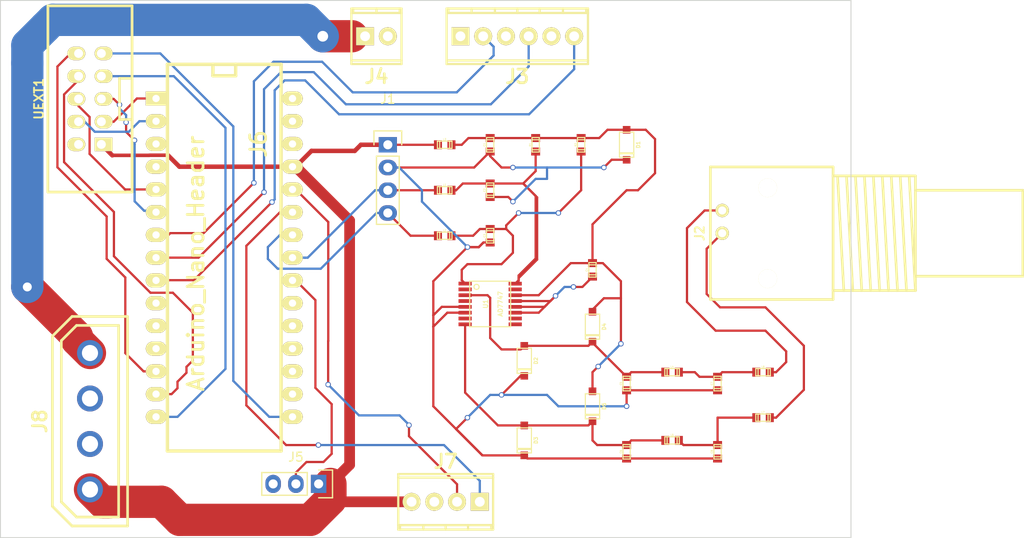
<source format=kicad_pcb>
(kicad_pcb (version 4) (host pcbnew 4.0.6)

  (general
    (links 79)
    (no_connects 12)
    (area 84.949999 54.949999 180.050001 115.050001)
    (thickness 1.6)
    (drawings 6)
    (tracks 366)
    (zones 0)
    (modules 32)
    (nets 47)
  )

  (page A4)
  (layers
    (0 F.Cu signal)
    (31 B.Cu signal)
    (32 B.Adhes user)
    (33 F.Adhes user)
    (34 B.Paste user)
    (35 F.Paste user)
    (36 B.SilkS user)
    (37 F.SilkS user)
    (38 B.Mask user)
    (39 F.Mask user)
    (40 Dwgs.User user hide)
    (41 Cmts.User user)
    (42 Eco1.User user)
    (43 Eco2.User user)
    (44 Edge.Cuts user)
    (45 Margin user)
    (46 B.CrtYd user)
    (47 F.CrtYd user)
    (48 B.Fab user)
    (49 F.Fab user)
  )

  (setup
    (last_trace_width 0.25)
    (trace_clearance 0.25)
    (zone_clearance 0.508)
    (zone_45_only no)
    (trace_min 0.2)
    (segment_width 0.2)
    (edge_width 0.1)
    (via_size 0.6)
    (via_drill 0.4)
    (via_min_size 0.4)
    (via_min_drill 0.3)
    (uvia_size 0.3)
    (uvia_drill 0.1)
    (uvias_allowed no)
    (uvia_min_size 0.2)
    (uvia_min_drill 0.1)
    (pcb_text_width 0.3)
    (pcb_text_size 1.5 1.5)
    (mod_edge_width 0.15)
    (mod_text_size 1 1)
    (mod_text_width 0.15)
    (pad_size 1.5 1.5)
    (pad_drill 0.6)
    (pad_to_mask_clearance 0)
    (aux_axis_origin 0 0)
    (visible_elements FFFFEF7F)
    (pcbplotparams
      (layerselection 0x00030_80000001)
      (usegerberextensions false)
      (excludeedgelayer true)
      (linewidth 0.100000)
      (plotframeref false)
      (viasonmask false)
      (mode 1)
      (useauxorigin false)
      (hpglpennumber 1)
      (hpglpenspeed 20)
      (hpglpendiameter 15)
      (hpglpenoverlay 2)
      (psnegative false)
      (psa4output false)
      (plotreference true)
      (plotvalue true)
      (plotinvisibletext false)
      (padsonsilk false)
      (subtractmaskfromsilk false)
      (outputformat 1)
      (mirror false)
      (drillshape 1)
      (scaleselection 1)
      (outputdirectory ""))
  )

  (net 0 "")
  (net 1 "Net-(C1-Pad1)")
  (net 2 GND)
  (net 3 "Net-(C2-Pad1)")
  (net 4 "Net-(C3-Pad1)")
  (net 5 "Net-(C5-Pad1)")
  (net 6 "Net-(C6-Pad1)")
  (net 7 "Net-(C7-Pad1)")
  (net 8 "Net-(C8-Pad1)")
  (net 9 "Net-(J1-Pad3)")
  (net 10 "Net-(J1-Pad4)")
  (net 11 "Net-(J2-Pad1)")
  (net 12 "Net-(J2-Pad2)")
  (net 13 "Net-(U1-Pad4)")
  (net 14 "Net-(U1-Pad7)")
  (net 15 "Net-(U1-Pad2)")
  (net 16 "Net-(U1-Pad9)")
  (net 17 "Net-(U1-Pad10)")
  (net 18 "Net-(U1-Pad15)")
  (net 19 "Net-(J3-Pad2)")
  (net 20 "Net-(J5-Pad2)")
  (net 21 "Net-(J6-Pad1)")
  (net 22 "Net-(J6-Pad2)")
  (net 23 "Net-(J6-Pad3)")
  (net 24 "Net-(J6-Pad4)")
  (net 25 "Net-(J6-Pad5)")
  (net 26 "Net-(J6-Pad6)")
  (net 27 "Net-(J6-Pad10)")
  (net 28 "Net-(J6-Pad11)")
  (net 29 "Net-(J6-Pad12)")
  (net 30 "Net-(J6-Pad13)")
  (net 31 "Net-(J6-Pad14)")
  (net 32 "Net-(J6-Pad15)")
  (net 33 "Net-(J6-Pad16)")
  (net 34 "Net-(J6-Pad17)")
  (net 35 "Net-(J6-Pad18)")
  (net 36 "Net-(J6-Pad19)")
  (net 37 "Net-(J6-Pad20)")
  (net 38 "Net-(J6-Pad21)")
  (net 39 "Net-(J6-Pad25)")
  (net 40 "Net-(J6-Pad26)")
  (net 41 "Net-(J6-Pad28)")
  (net 42 "Net-(J6-Pad30)")
  (net 43 "Net-(J3-Pad4)")
  (net 44 "Net-(J3-Pad6)")
  (net 45 +5V)
  (net 46 +12V)

  (net_class Default "Dies ist die voreingestellte Netzklasse."
    (clearance 0.25)
    (trace_width 0.25)
    (via_dia 0.6)
    (via_drill 0.4)
    (uvia_dia 0.3)
    (uvia_drill 0.1)
    (add_net +12V)
    (add_net +5V)
    (add_net GND)
    (add_net "Net-(C1-Pad1)")
    (add_net "Net-(C2-Pad1)")
    (add_net "Net-(C3-Pad1)")
    (add_net "Net-(C5-Pad1)")
    (add_net "Net-(C6-Pad1)")
    (add_net "Net-(C7-Pad1)")
    (add_net "Net-(C8-Pad1)")
    (add_net "Net-(J1-Pad3)")
    (add_net "Net-(J1-Pad4)")
    (add_net "Net-(J2-Pad1)")
    (add_net "Net-(J2-Pad2)")
    (add_net "Net-(J3-Pad2)")
    (add_net "Net-(J3-Pad4)")
    (add_net "Net-(J3-Pad6)")
    (add_net "Net-(J5-Pad2)")
    (add_net "Net-(J6-Pad1)")
    (add_net "Net-(J6-Pad10)")
    (add_net "Net-(J6-Pad11)")
    (add_net "Net-(J6-Pad12)")
    (add_net "Net-(J6-Pad13)")
    (add_net "Net-(J6-Pad14)")
    (add_net "Net-(J6-Pad15)")
    (add_net "Net-(J6-Pad16)")
    (add_net "Net-(J6-Pad17)")
    (add_net "Net-(J6-Pad18)")
    (add_net "Net-(J6-Pad19)")
    (add_net "Net-(J6-Pad2)")
    (add_net "Net-(J6-Pad20)")
    (add_net "Net-(J6-Pad21)")
    (add_net "Net-(J6-Pad25)")
    (add_net "Net-(J6-Pad26)")
    (add_net "Net-(J6-Pad28)")
    (add_net "Net-(J6-Pad3)")
    (add_net "Net-(J6-Pad30)")
    (add_net "Net-(J6-Pad4)")
    (add_net "Net-(J6-Pad5)")
    (add_net "Net-(J6-Pad6)")
    (add_net "Net-(U1-Pad10)")
    (add_net "Net-(U1-Pad15)")
    (add_net "Net-(U1-Pad2)")
    (add_net "Net-(U1-Pad4)")
    (add_net "Net-(U1-Pad7)")
    (add_net "Net-(U1-Pad9)")
  )

  (module w_conn_mpt:mpt_0,5%2f2-2,54 (layer F.Cu) (tedit 593463D9) (tstamp 59325EF1)
    (at 127 59 180)
    (descr "2-way 2.54mm pitch terminal block, Phoenix MPT series")
    (path /59328F29)
    (fp_text reference J4 (at 0 -4.50088 180) (layer F.SilkS)
      (effects (font (thickness 0.3048)))
    )
    (fp_text value Screw_Terminal_1x02 (at 0 4.50088 180) (layer F.SilkS) hide
      (effects (font (thickness 0.3048)))
    )
    (fp_line (start 2.79908 2.60096) (end -2.79908 2.60096) (layer F.SilkS) (width 0.254))
    (fp_line (start -2.60096 3.0988) (end -2.60096 2.60096) (layer F.SilkS) (width 0.254))
    (fp_line (start 2.60096 2.60096) (end 2.60096 3.0988) (layer F.SilkS) (width 0.254))
    (fp_line (start 0 3.0988) (end 0 2.60096) (layer F.SilkS) (width 0.254))
    (fp_line (start -2.79908 -2.70002) (end 2.79908 -2.70002) (layer F.SilkS) (width 0.254))
    (fp_line (start -2.79908 3.0988) (end 2.79908 3.0988) (layer F.SilkS) (width 0.254))
    (fp_line (start 2.79908 3.0988) (end 2.79908 -3.0988) (layer F.SilkS) (width 0.254))
    (fp_line (start 2.79908 -3.0988) (end -2.79908 -3.0988) (layer F.SilkS) (width 0.254))
    (fp_line (start -2.79908 -3.0988) (end -2.79908 3.0988) (layer F.SilkS) (width 0.254))
    (pad 1 thru_hole oval (at -1.27 0 180) (size 1.99898 1.99898) (drill 1.09728) (layers *.Cu *.Mask F.SilkS)
      (net 2 GND))
    (pad 2 thru_hole rect (at 1.27 0 180) (size 1.99898 1.99898) (drill 1.09728) (layers *.Cu *.Mask F.SilkS)
      (net 46 +12V))
    (model walter/conn_mpt/mpt_0,5-2-2,54.wrl
      (at (xyz 0 0 0))
      (scale (xyz 1 1 1))
      (rotate (xyz 0 0 0))
    )
    (model /home/os/kicad/libraries/smisioto/walter/conn_mpt/mpt_0,5-2-2,54.wrl
      (at (xyz 0 0 0))
      (scale (xyz 1 1 1))
      (rotate (xyz 0 0 0))
    )
  )

  (module w_smd_cap:c_0603 (layer F.Cu) (tedit 0) (tstamp 59287FEF)
    (at 139.7 71.12 90)
    (descr "SMT capacitor, 0603")
    (path /5926AB08)
    (fp_text reference C1 (at 0 -0.635 90) (layer F.SilkS)
      (effects (font (size 0.20066 0.20066) (thickness 0.04064)))
    )
    (fp_text value 2.2uF (at 0 0.635 90) (layer F.SilkS) hide
      (effects (font (size 0.20066 0.20066) (thickness 0.04064)))
    )
    (fp_line (start 0.5588 0.4064) (end 0.5588 -0.4064) (layer F.SilkS) (width 0.127))
    (fp_line (start -0.5588 -0.381) (end -0.5588 0.4064) (layer F.SilkS) (width 0.127))
    (fp_line (start -0.8128 -0.4064) (end 0.8128 -0.4064) (layer F.SilkS) (width 0.127))
    (fp_line (start 0.8128 -0.4064) (end 0.8128 0.4064) (layer F.SilkS) (width 0.127))
    (fp_line (start 0.8128 0.4064) (end -0.8128 0.4064) (layer F.SilkS) (width 0.127))
    (fp_line (start -0.8128 0.4064) (end -0.8128 -0.4064) (layer F.SilkS) (width 0.127))
    (pad 1 smd rect (at 0.75184 0 90) (size 0.89916 1.00076) (layers F.Cu F.Paste F.Mask)
      (net 1 "Net-(C1-Pad1)"))
    (pad 2 smd rect (at -0.75184 0 90) (size 0.89916 1.00076) (layers F.Cu F.Paste F.Mask)
      (net 2 GND))
    (model walter/smd_cap/c_0603.wrl
      (at (xyz 0 0 0))
      (scale (xyz 1 1 1))
      (rotate (xyz 0 0 0))
    )
    (model /home/os/kicad/libraries/smisioto/walter/smd_cap/c_0603.wrl
      (at (xyz 0 0 0))
      (scale (xyz 1 1 1))
      (rotate (xyz 0 0 0))
    )
  )

  (module w_smd_cap:c_0603 (layer F.Cu) (tedit 0) (tstamp 59287FFB)
    (at 139.7 76.2 90)
    (descr "SMT capacitor, 0603")
    (path /5926ACE3)
    (fp_text reference C2 (at 0 -0.635 90) (layer F.SilkS)
      (effects (font (size 0.20066 0.20066) (thickness 0.04064)))
    )
    (fp_text value 10pF (at 0 0.635 90) (layer F.SilkS) hide
      (effects (font (size 0.20066 0.20066) (thickness 0.04064)))
    )
    (fp_line (start 0.5588 0.4064) (end 0.5588 -0.4064) (layer F.SilkS) (width 0.127))
    (fp_line (start -0.5588 -0.381) (end -0.5588 0.4064) (layer F.SilkS) (width 0.127))
    (fp_line (start -0.8128 -0.4064) (end 0.8128 -0.4064) (layer F.SilkS) (width 0.127))
    (fp_line (start 0.8128 -0.4064) (end 0.8128 0.4064) (layer F.SilkS) (width 0.127))
    (fp_line (start 0.8128 0.4064) (end -0.8128 0.4064) (layer F.SilkS) (width 0.127))
    (fp_line (start -0.8128 0.4064) (end -0.8128 -0.4064) (layer F.SilkS) (width 0.127))
    (pad 1 smd rect (at 0.75184 0 90) (size 0.89916 1.00076) (layers F.Cu F.Paste F.Mask)
      (net 3 "Net-(C2-Pad1)"))
    (pad 2 smd rect (at -0.75184 0 90) (size 0.89916 1.00076) (layers F.Cu F.Paste F.Mask)
      (net 2 GND))
    (model walter/smd_cap/c_0603.wrl
      (at (xyz 0 0 0))
      (scale (xyz 1 1 1))
      (rotate (xyz 0 0 0))
    )
    (model /home/os/kicad/libraries/smisioto/walter/smd_cap/c_0603.wrl
      (at (xyz 0 0 0))
      (scale (xyz 1 1 1))
      (rotate (xyz 0 0 0))
    )
  )

  (module w_smd_cap:c_0603 (layer F.Cu) (tedit 0) (tstamp 59288007)
    (at 139.7 81.28 90)
    (descr "SMT capacitor, 0603")
    (path /5926AE2D)
    (fp_text reference C3 (at 0 -0.635 90) (layer F.SilkS)
      (effects (font (size 0.20066 0.20066) (thickness 0.04064)))
    )
    (fp_text value 10pF (at 0 0.635 90) (layer F.SilkS) hide
      (effects (font (size 0.20066 0.20066) (thickness 0.04064)))
    )
    (fp_line (start 0.5588 0.4064) (end 0.5588 -0.4064) (layer F.SilkS) (width 0.127))
    (fp_line (start -0.5588 -0.381) (end -0.5588 0.4064) (layer F.SilkS) (width 0.127))
    (fp_line (start -0.8128 -0.4064) (end 0.8128 -0.4064) (layer F.SilkS) (width 0.127))
    (fp_line (start 0.8128 -0.4064) (end 0.8128 0.4064) (layer F.SilkS) (width 0.127))
    (fp_line (start 0.8128 0.4064) (end -0.8128 0.4064) (layer F.SilkS) (width 0.127))
    (fp_line (start -0.8128 0.4064) (end -0.8128 -0.4064) (layer F.SilkS) (width 0.127))
    (pad 1 smd rect (at 0.75184 0 90) (size 0.89916 1.00076) (layers F.Cu F.Paste F.Mask)
      (net 4 "Net-(C3-Pad1)"))
    (pad 2 smd rect (at -0.75184 0 90) (size 0.89916 1.00076) (layers F.Cu F.Paste F.Mask)
      (net 2 GND))
    (model walter/smd_cap/c_0603.wrl
      (at (xyz 0 0 0))
      (scale (xyz 1 1 1))
      (rotate (xyz 0 0 0))
    )
    (model /home/os/kicad/libraries/smisioto/walter/smd_cap/c_0603.wrl
      (at (xyz 0 0 0))
      (scale (xyz 1 1 1))
      (rotate (xyz 0 0 0))
    )
  )

  (module w_smd_cap:c_0603 (layer F.Cu) (tedit 0) (tstamp 59288013)
    (at 151.13 85.09 90)
    (descr "SMT capacitor, 0603")
    (path /5926B7CB)
    (fp_text reference C4 (at 0 -0.635 90) (layer F.SilkS)
      (effects (font (size 0.20066 0.20066) (thickness 0.04064)))
    )
    (fp_text value 2.2uF (at 0 0.635 90) (layer F.SilkS) hide
      (effects (font (size 0.20066 0.20066) (thickness 0.04064)))
    )
    (fp_line (start 0.5588 0.4064) (end 0.5588 -0.4064) (layer F.SilkS) (width 0.127))
    (fp_line (start -0.5588 -0.381) (end -0.5588 0.4064) (layer F.SilkS) (width 0.127))
    (fp_line (start -0.8128 -0.4064) (end 0.8128 -0.4064) (layer F.SilkS) (width 0.127))
    (fp_line (start 0.8128 -0.4064) (end 0.8128 0.4064) (layer F.SilkS) (width 0.127))
    (fp_line (start 0.8128 0.4064) (end -0.8128 0.4064) (layer F.SilkS) (width 0.127))
    (fp_line (start -0.8128 0.4064) (end -0.8128 -0.4064) (layer F.SilkS) (width 0.127))
    (pad 1 smd rect (at 0.75184 0 90) (size 0.89916 1.00076) (layers F.Cu F.Paste F.Mask)
      (net 1 "Net-(C1-Pad1)"))
    (pad 2 smd rect (at -0.75184 0 90) (size 0.89916 1.00076) (layers F.Cu F.Paste F.Mask)
      (net 2 GND))
    (model walter/smd_cap/c_0603.wrl
      (at (xyz 0 0 0))
      (scale (xyz 1 1 1))
      (rotate (xyz 0 0 0))
    )
    (model /home/os/kicad/libraries/smisioto/walter/smd_cap/c_0603.wrl
      (at (xyz 0 0 0))
      (scale (xyz 1 1 1))
      (rotate (xyz 0 0 0))
    )
  )

  (module w_smd_cap:c_0603 (layer F.Cu) (tedit 0) (tstamp 5928801F)
    (at 154.94 97.79 90)
    (descr "SMT capacitor, 0603")
    (path /5926C9A8)
    (fp_text reference C5 (at 0 -0.635 90) (layer F.SilkS)
      (effects (font (size 0.20066 0.20066) (thickness 0.04064)))
    )
    (fp_text value 0.5pF (at 0 0.635 90) (layer F.SilkS) hide
      (effects (font (size 0.20066 0.20066) (thickness 0.04064)))
    )
    (fp_line (start 0.5588 0.4064) (end 0.5588 -0.4064) (layer F.SilkS) (width 0.127))
    (fp_line (start -0.5588 -0.381) (end -0.5588 0.4064) (layer F.SilkS) (width 0.127))
    (fp_line (start -0.8128 -0.4064) (end 0.8128 -0.4064) (layer F.SilkS) (width 0.127))
    (fp_line (start 0.8128 -0.4064) (end 0.8128 0.4064) (layer F.SilkS) (width 0.127))
    (fp_line (start 0.8128 0.4064) (end -0.8128 0.4064) (layer F.SilkS) (width 0.127))
    (fp_line (start -0.8128 0.4064) (end -0.8128 -0.4064) (layer F.SilkS) (width 0.127))
    (pad 1 smd rect (at 0.75184 0 90) (size 0.89916 1.00076) (layers F.Cu F.Paste F.Mask)
      (net 5 "Net-(C5-Pad1)"))
    (pad 2 smd rect (at -0.75184 0 90) (size 0.89916 1.00076) (layers F.Cu F.Paste F.Mask)
      (net 2 GND))
    (model walter/smd_cap/c_0603.wrl
      (at (xyz 0 0 0))
      (scale (xyz 1 1 1))
      (rotate (xyz 0 0 0))
    )
    (model /home/os/kicad/libraries/smisioto/walter/smd_cap/c_0603.wrl
      (at (xyz 0 0 0))
      (scale (xyz 1 1 1))
      (rotate (xyz 0 0 0))
    )
  )

  (module w_smd_cap:c_0603 (layer F.Cu) (tedit 0) (tstamp 5928802B)
    (at 154.94 105.41 90)
    (descr "SMT capacitor, 0603")
    (path /5926CD48)
    (fp_text reference C6 (at 0 -0.635 90) (layer F.SilkS)
      (effects (font (size 0.20066 0.20066) (thickness 0.04064)))
    )
    (fp_text value 0.5pF (at 0 0.635 90) (layer F.SilkS) hide
      (effects (font (size 0.20066 0.20066) (thickness 0.04064)))
    )
    (fp_line (start 0.5588 0.4064) (end 0.5588 -0.4064) (layer F.SilkS) (width 0.127))
    (fp_line (start -0.5588 -0.381) (end -0.5588 0.4064) (layer F.SilkS) (width 0.127))
    (fp_line (start -0.8128 -0.4064) (end 0.8128 -0.4064) (layer F.SilkS) (width 0.127))
    (fp_line (start 0.8128 -0.4064) (end 0.8128 0.4064) (layer F.SilkS) (width 0.127))
    (fp_line (start 0.8128 0.4064) (end -0.8128 0.4064) (layer F.SilkS) (width 0.127))
    (fp_line (start -0.8128 0.4064) (end -0.8128 -0.4064) (layer F.SilkS) (width 0.127))
    (pad 1 smd rect (at 0.75184 0 90) (size 0.89916 1.00076) (layers F.Cu F.Paste F.Mask)
      (net 6 "Net-(C6-Pad1)"))
    (pad 2 smd rect (at -0.75184 0 90) (size 0.89916 1.00076) (layers F.Cu F.Paste F.Mask)
      (net 2 GND))
    (model walter/smd_cap/c_0603.wrl
      (at (xyz 0 0 0))
      (scale (xyz 1 1 1))
      (rotate (xyz 0 0 0))
    )
    (model /home/os/kicad/libraries/smisioto/walter/smd_cap/c_0603.wrl
      (at (xyz 0 0 0))
      (scale (xyz 1 1 1))
      (rotate (xyz 0 0 0))
    )
  )

  (module w_smd_cap:c_0603 (layer F.Cu) (tedit 0) (tstamp 59288037)
    (at 165.1 97.79 90)
    (descr "SMT capacitor, 0603")
    (path /5926CF20)
    (fp_text reference C7 (at 0 -0.635 90) (layer F.SilkS)
      (effects (font (size 0.20066 0.20066) (thickness 0.04064)))
    )
    (fp_text value 0.5pF (at 0 0.635 90) (layer F.SilkS) hide
      (effects (font (size 0.20066 0.20066) (thickness 0.04064)))
    )
    (fp_line (start 0.5588 0.4064) (end 0.5588 -0.4064) (layer F.SilkS) (width 0.127))
    (fp_line (start -0.5588 -0.381) (end -0.5588 0.4064) (layer F.SilkS) (width 0.127))
    (fp_line (start -0.8128 -0.4064) (end 0.8128 -0.4064) (layer F.SilkS) (width 0.127))
    (fp_line (start 0.8128 -0.4064) (end 0.8128 0.4064) (layer F.SilkS) (width 0.127))
    (fp_line (start 0.8128 0.4064) (end -0.8128 0.4064) (layer F.SilkS) (width 0.127))
    (fp_line (start -0.8128 0.4064) (end -0.8128 -0.4064) (layer F.SilkS) (width 0.127))
    (pad 1 smd rect (at 0.75184 0 90) (size 0.89916 1.00076) (layers F.Cu F.Paste F.Mask)
      (net 7 "Net-(C7-Pad1)"))
    (pad 2 smd rect (at -0.75184 0 90) (size 0.89916 1.00076) (layers F.Cu F.Paste F.Mask)
      (net 2 GND))
    (model walter/smd_cap/c_0603.wrl
      (at (xyz 0 0 0))
      (scale (xyz 1 1 1))
      (rotate (xyz 0 0 0))
    )
    (model /home/os/kicad/libraries/smisioto/walter/smd_cap/c_0603.wrl
      (at (xyz 0 0 0))
      (scale (xyz 1 1 1))
      (rotate (xyz 0 0 0))
    )
  )

  (module w_smd_cap:c_0603 (layer F.Cu) (tedit 0) (tstamp 59288043)
    (at 165.1 105.41 90)
    (descr "SMT capacitor, 0603")
    (path /5926D1B0)
    (fp_text reference C8 (at 0 -0.635 90) (layer F.SilkS)
      (effects (font (size 0.20066 0.20066) (thickness 0.04064)))
    )
    (fp_text value 0.5pF (at 0 0.635 90) (layer F.SilkS) hide
      (effects (font (size 0.20066 0.20066) (thickness 0.04064)))
    )
    (fp_line (start 0.5588 0.4064) (end 0.5588 -0.4064) (layer F.SilkS) (width 0.127))
    (fp_line (start -0.5588 -0.381) (end -0.5588 0.4064) (layer F.SilkS) (width 0.127))
    (fp_line (start -0.8128 -0.4064) (end 0.8128 -0.4064) (layer F.SilkS) (width 0.127))
    (fp_line (start 0.8128 -0.4064) (end 0.8128 0.4064) (layer F.SilkS) (width 0.127))
    (fp_line (start 0.8128 0.4064) (end -0.8128 0.4064) (layer F.SilkS) (width 0.127))
    (fp_line (start -0.8128 0.4064) (end -0.8128 -0.4064) (layer F.SilkS) (width 0.127))
    (pad 1 smd rect (at 0.75184 0 90) (size 0.89916 1.00076) (layers F.Cu F.Paste F.Mask)
      (net 8 "Net-(C8-Pad1)"))
    (pad 2 smd rect (at -0.75184 0 90) (size 0.89916 1.00076) (layers F.Cu F.Paste F.Mask)
      (net 2 GND))
    (model walter/smd_cap/c_0603.wrl
      (at (xyz 0 0 0))
      (scale (xyz 1 1 1))
      (rotate (xyz 0 0 0))
    )
    (model /home/os/kicad/libraries/smisioto/walter/smd_cap/c_0603.wrl
      (at (xyz 0 0 0))
      (scale (xyz 1 1 1))
      (rotate (xyz 0 0 0))
    )
  )

  (module w_smd_diode:sod123 (layer F.Cu) (tedit 0) (tstamp 5928804F)
    (at 154.94 71.12 270)
    (descr SOD123)
    (path /5926B51F)
    (fp_text reference D1 (at 0 -1.30048 270) (layer F.SilkS)
      (effects (font (size 0.4 0.4) (thickness 0.1)))
    )
    (fp_text value 6V (at 0 1.19888 270) (layer F.SilkS) hide
      (effects (font (size 0.4 0.4) (thickness 0.1)))
    )
    (fp_line (start 0.89916 0.8001) (end 0.89916 -0.8001) (layer F.SilkS) (width 0.127))
    (fp_line (start 1.00076 -0.8001) (end 1.00076 0.8001) (layer F.SilkS) (width 0.127))
    (fp_line (start -1.39954 -0.8001) (end 1.39954 -0.8001) (layer F.SilkS) (width 0.127))
    (fp_line (start 1.39954 -0.8001) (end 1.39954 0.8001) (layer F.SilkS) (width 0.127))
    (fp_line (start 1.39954 0.8001) (end -1.39954 0.8001) (layer F.SilkS) (width 0.127))
    (fp_line (start -1.39954 0.8001) (end -1.39954 -0.8001) (layer F.SilkS) (width 0.127))
    (pad 2 smd rect (at 1.67386 0 270) (size 0.8509 0.8509) (layers F.Cu F.Paste F.Mask)
      (net 2 GND))
    (pad 1 smd rect (at -1.67386 0 270) (size 0.8509 0.8509) (layers F.Cu F.Paste F.Mask)
      (net 1 "Net-(C1-Pad1)"))
    (model walter/smd_diode/sod123.wrl
      (at (xyz 0 0 0))
      (scale (xyz 1 1 1))
      (rotate (xyz 0 0 0))
    )
    (model /home/os/kicad/libraries/smisioto/walter/smd_diode/sod123.wrl
      (at (xyz 0 0 0))
      (scale (xyz 1 1 1))
      (rotate (xyz 0 0 180))
    )
  )

  (module w_smd_diode:sod123 (layer F.Cu) (tedit 0) (tstamp 5928805B)
    (at 143.51 95.25 270)
    (descr SOD123)
    (path /5926BD22)
    (fp_text reference D2 (at 0 -1.30048 270) (layer F.SilkS)
      (effects (font (size 0.4 0.4) (thickness 0.1)))
    )
    (fp_text value 70V (at 0 1.19888 270) (layer F.SilkS) hide
      (effects (font (size 0.4 0.4) (thickness 0.1)))
    )
    (fp_line (start 0.89916 0.8001) (end 0.89916 -0.8001) (layer F.SilkS) (width 0.127))
    (fp_line (start 1.00076 -0.8001) (end 1.00076 0.8001) (layer F.SilkS) (width 0.127))
    (fp_line (start -1.39954 -0.8001) (end 1.39954 -0.8001) (layer F.SilkS) (width 0.127))
    (fp_line (start 1.39954 -0.8001) (end 1.39954 0.8001) (layer F.SilkS) (width 0.127))
    (fp_line (start 1.39954 0.8001) (end -1.39954 0.8001) (layer F.SilkS) (width 0.127))
    (fp_line (start -1.39954 0.8001) (end -1.39954 -0.8001) (layer F.SilkS) (width 0.127))
    (pad 2 smd rect (at 1.67386 0 270) (size 0.8509 0.8509) (layers F.Cu F.Paste F.Mask)
      (net 2 GND))
    (pad 1 smd rect (at -1.67386 0 270) (size 0.8509 0.8509) (layers F.Cu F.Paste F.Mask)
      (net 5 "Net-(C5-Pad1)"))
    (model walter/smd_diode/sod123.wrl
      (at (xyz 0 0 0))
      (scale (xyz 1 1 1))
      (rotate (xyz 0 0 0))
    )
    (model /home/os/kicad/libraries/smisioto/walter/smd_diode/sod123.wrl
      (at (xyz 0 0 0))
      (scale (xyz 1 1 1))
      (rotate (xyz 0 0 180))
    )
  )

  (module w_smd_diode:sod123 (layer F.Cu) (tedit 0) (tstamp 59288067)
    (at 143.51 104.14 270)
    (descr SOD123)
    (path /5926C11C)
    (fp_text reference D3 (at 0 -1.30048 270) (layer F.SilkS)
      (effects (font (size 0.4 0.4) (thickness 0.1)))
    )
    (fp_text value 70V (at 0 1.19888 270) (layer F.SilkS) hide
      (effects (font (size 0.4 0.4) (thickness 0.1)))
    )
    (fp_line (start 0.89916 0.8001) (end 0.89916 -0.8001) (layer F.SilkS) (width 0.127))
    (fp_line (start 1.00076 -0.8001) (end 1.00076 0.8001) (layer F.SilkS) (width 0.127))
    (fp_line (start -1.39954 -0.8001) (end 1.39954 -0.8001) (layer F.SilkS) (width 0.127))
    (fp_line (start 1.39954 -0.8001) (end 1.39954 0.8001) (layer F.SilkS) (width 0.127))
    (fp_line (start 1.39954 0.8001) (end -1.39954 0.8001) (layer F.SilkS) (width 0.127))
    (fp_line (start -1.39954 0.8001) (end -1.39954 -0.8001) (layer F.SilkS) (width 0.127))
    (pad 2 smd rect (at 1.67386 0 270) (size 0.8509 0.8509) (layers F.Cu F.Paste F.Mask)
      (net 2 GND))
    (pad 1 smd rect (at -1.67386 0 270) (size 0.8509 0.8509) (layers F.Cu F.Paste F.Mask)
      (net 6 "Net-(C6-Pad1)"))
    (model walter/smd_diode/sod123.wrl
      (at (xyz 0 0 0))
      (scale (xyz 1 1 1))
      (rotate (xyz 0 0 0))
    )
    (model /home/os/kicad/libraries/smisioto/walter/smd_diode/sod123.wrl
      (at (xyz 0 0 0))
      (scale (xyz 1 1 1))
      (rotate (xyz 0 0 180))
    )
  )

  (module w_smd_diode:sod123 (layer F.Cu) (tedit 0) (tstamp 59288073)
    (at 151.13 91.44 270)
    (descr SOD123)
    (path /5926C1A2)
    (fp_text reference D4 (at 0 -1.30048 270) (layer F.SilkS)
      (effects (font (size 0.4 0.4) (thickness 0.1)))
    )
    (fp_text value 70V (at 0 1.19888 270) (layer F.SilkS) hide
      (effects (font (size 0.4 0.4) (thickness 0.1)))
    )
    (fp_line (start 0.89916 0.8001) (end 0.89916 -0.8001) (layer F.SilkS) (width 0.127))
    (fp_line (start 1.00076 -0.8001) (end 1.00076 0.8001) (layer F.SilkS) (width 0.127))
    (fp_line (start -1.39954 -0.8001) (end 1.39954 -0.8001) (layer F.SilkS) (width 0.127))
    (fp_line (start 1.39954 -0.8001) (end 1.39954 0.8001) (layer F.SilkS) (width 0.127))
    (fp_line (start 1.39954 0.8001) (end -1.39954 0.8001) (layer F.SilkS) (width 0.127))
    (fp_line (start -1.39954 0.8001) (end -1.39954 -0.8001) (layer F.SilkS) (width 0.127))
    (pad 2 smd rect (at 1.67386 0 270) (size 0.8509 0.8509) (layers F.Cu F.Paste F.Mask)
      (net 5 "Net-(C5-Pad1)"))
    (pad 1 smd rect (at -1.67386 0 270) (size 0.8509 0.8509) (layers F.Cu F.Paste F.Mask)
      (net 1 "Net-(C1-Pad1)"))
    (model walter/smd_diode/sod123.wrl
      (at (xyz 0 0 0))
      (scale (xyz 1 1 1))
      (rotate (xyz 0 0 0))
    )
    (model /home/os/kicad/libraries/smisioto/walter/smd_diode/sod123.wrl
      (at (xyz 0 0 0))
      (scale (xyz 1 1 1))
      (rotate (xyz 0 0 180))
    )
  )

  (module w_smd_diode:sod123 (layer F.Cu) (tedit 0) (tstamp 5928807F)
    (at 151.13 100.33 270)
    (descr SOD123)
    (path /5926C26A)
    (fp_text reference D5 (at 0 -1.30048 270) (layer F.SilkS)
      (effects (font (size 0.4 0.4) (thickness 0.1)))
    )
    (fp_text value 70V (at 0 1.19888 270) (layer F.SilkS) hide
      (effects (font (size 0.4 0.4) (thickness 0.1)))
    )
    (fp_line (start 0.89916 0.8001) (end 0.89916 -0.8001) (layer F.SilkS) (width 0.127))
    (fp_line (start 1.00076 -0.8001) (end 1.00076 0.8001) (layer F.SilkS) (width 0.127))
    (fp_line (start -1.39954 -0.8001) (end 1.39954 -0.8001) (layer F.SilkS) (width 0.127))
    (fp_line (start 1.39954 -0.8001) (end 1.39954 0.8001) (layer F.SilkS) (width 0.127))
    (fp_line (start 1.39954 0.8001) (end -1.39954 0.8001) (layer F.SilkS) (width 0.127))
    (fp_line (start -1.39954 0.8001) (end -1.39954 -0.8001) (layer F.SilkS) (width 0.127))
    (pad 2 smd rect (at 1.67386 0 270) (size 0.8509 0.8509) (layers F.Cu F.Paste F.Mask)
      (net 6 "Net-(C6-Pad1)"))
    (pad 1 smd rect (at -1.67386 0 270) (size 0.8509 0.8509) (layers F.Cu F.Paste F.Mask)
      (net 1 "Net-(C1-Pad1)"))
    (model walter/smd_diode/sod123.wrl
      (at (xyz 0 0 0))
      (scale (xyz 1 1 1))
      (rotate (xyz 0 0 0))
    )
    (model /home/os/kicad/libraries/smisioto/walter/smd_diode/sod123.wrl
      (at (xyz 0 0 0))
      (scale (xyz 1 1 1))
      (rotate (xyz 0 0 180))
    )
  )

  (module Pin_Headers:Pin_Header_Straight_1x04 (layer F.Cu) (tedit 59326712) (tstamp 59288092)
    (at 128.27 71.12)
    (descr "Through hole pin header")
    (tags "pin header")
    (path /59260883)
    (fp_text reference J1 (at 0 -5.1) (layer F.SilkS)
      (effects (font (size 1 1) (thickness 0.15)))
    )
    (fp_text value HEADER_4 (at 0 -3.1) (layer F.Fab) hide
      (effects (font (size 1 1) (thickness 0.15)))
    )
    (fp_line (start -1.75 -1.75) (end -1.75 9.4) (layer F.CrtYd) (width 0.05))
    (fp_line (start 1.75 -1.75) (end 1.75 9.4) (layer F.CrtYd) (width 0.05))
    (fp_line (start -1.75 -1.75) (end 1.75 -1.75) (layer F.CrtYd) (width 0.05))
    (fp_line (start -1.75 9.4) (end 1.75 9.4) (layer F.CrtYd) (width 0.05))
    (fp_line (start -1.27 1.27) (end -1.27 8.89) (layer F.SilkS) (width 0.15))
    (fp_line (start 1.27 1.27) (end 1.27 8.89) (layer F.SilkS) (width 0.15))
    (fp_line (start 1.55 -1.55) (end 1.55 0) (layer F.SilkS) (width 0.15))
    (fp_line (start -1.27 8.89) (end 1.27 8.89) (layer F.SilkS) (width 0.15))
    (fp_line (start 1.27 1.27) (end -1.27 1.27) (layer F.SilkS) (width 0.15))
    (fp_line (start -1.55 0) (end -1.55 -1.55) (layer F.SilkS) (width 0.15))
    (fp_line (start -1.55 -1.55) (end 1.55 -1.55) (layer F.SilkS) (width 0.15))
    (pad 1 thru_hole rect (at 0 0) (size 2.032 1.7272) (drill 1.016) (layers *.Cu *.Mask)
      (net 45 +5V))
    (pad 2 thru_hole oval (at 0 2.54) (size 2.032 1.7272) (drill 1.016) (layers *.Cu *.Mask)
      (net 2 GND))
    (pad 3 thru_hole oval (at 0 5.08) (size 2.032 1.7272) (drill 1.016) (layers *.Cu *.Mask)
      (net 9 "Net-(J1-Pad3)"))
    (pad 4 thru_hole oval (at 0 7.62) (size 2.032 1.7272) (drill 1.016) (layers *.Cu *.Mask)
      (net 10 "Net-(J1-Pad4)"))
    (model Pin_Headers.3dshapes/Pin_Header_Straight_1x04.wrl
      (at (xyz 0 -0.15 0))
      (scale (xyz 1 1 1))
      (rotate (xyz 0 0 90))
    )
  )

  (module w_smd_resistors:r_0603 (layer F.Cu) (tedit 0) (tstamp 592880B0)
    (at 134.62 76.2)
    (descr "SMT resistor, 0603")
    (path /5926A1FE)
    (fp_text reference L1 (at 0 -0.6096) (layer F.SilkS)
      (effects (font (size 0.20066 0.20066) (thickness 0.04064)))
    )
    (fp_text value "1k Z" (at 0 0.6096) (layer F.SilkS) hide
      (effects (font (size 0.20066 0.20066) (thickness 0.04064)))
    )
    (fp_line (start 0.5588 0.4064) (end 0.5588 -0.4064) (layer F.SilkS) (width 0.127))
    (fp_line (start -0.5588 -0.381) (end -0.5588 0.4064) (layer F.SilkS) (width 0.127))
    (fp_line (start -0.8128 -0.4064) (end 0.8128 -0.4064) (layer F.SilkS) (width 0.127))
    (fp_line (start 0.8128 -0.4064) (end 0.8128 0.4064) (layer F.SilkS) (width 0.127))
    (fp_line (start 0.8128 0.4064) (end -0.8128 0.4064) (layer F.SilkS) (width 0.127))
    (fp_line (start -0.8128 0.4064) (end -0.8128 -0.4064) (layer F.SilkS) (width 0.127))
    (pad 1 smd rect (at 0.75184 0) (size 0.89916 1.00076) (layers F.Cu F.Paste F.Mask)
      (net 3 "Net-(C2-Pad1)"))
    (pad 2 smd rect (at -0.75184 0) (size 0.89916 1.00076) (layers F.Cu F.Paste F.Mask)
      (net 9 "Net-(J1-Pad3)"))
    (model walter/smd_resistors/r_0603.wrl
      (at (xyz 0 0 0))
      (scale (xyz 1 1 1))
      (rotate (xyz 0 0 0))
    )
    (model /home/os/kicad/libraries/smisioto/walter/smd_inductors/inductor_smd_0603.wrl
      (at (xyz 0 0 0))
      (scale (xyz 1 1 1))
      (rotate (xyz 0 0 0))
    )
  )

  (module w_smd_resistors:r_0603 (layer F.Cu) (tedit 0) (tstamp 592880BC)
    (at 134.62 81.28)
    (descr "SMT resistor, 0603")
    (path /5926A249)
    (fp_text reference L2 (at 0 -0.6096) (layer F.SilkS)
      (effects (font (size 0.20066 0.20066) (thickness 0.04064)))
    )
    (fp_text value "1k Z" (at 0 0.6096) (layer F.SilkS) hide
      (effects (font (size 0.20066 0.20066) (thickness 0.04064)))
    )
    (fp_line (start 0.5588 0.4064) (end 0.5588 -0.4064) (layer F.SilkS) (width 0.127))
    (fp_line (start -0.5588 -0.381) (end -0.5588 0.4064) (layer F.SilkS) (width 0.127))
    (fp_line (start -0.8128 -0.4064) (end 0.8128 -0.4064) (layer F.SilkS) (width 0.127))
    (fp_line (start 0.8128 -0.4064) (end 0.8128 0.4064) (layer F.SilkS) (width 0.127))
    (fp_line (start 0.8128 0.4064) (end -0.8128 0.4064) (layer F.SilkS) (width 0.127))
    (fp_line (start -0.8128 0.4064) (end -0.8128 -0.4064) (layer F.SilkS) (width 0.127))
    (pad 1 smd rect (at 0.75184 0) (size 0.89916 1.00076) (layers F.Cu F.Paste F.Mask)
      (net 4 "Net-(C3-Pad1)"))
    (pad 2 smd rect (at -0.75184 0) (size 0.89916 1.00076) (layers F.Cu F.Paste F.Mask)
      (net 10 "Net-(J1-Pad4)"))
    (model walter/smd_resistors/r_0603.wrl
      (at (xyz 0 0 0))
      (scale (xyz 1 1 1))
      (rotate (xyz 0 0 0))
    )
    (model /home/os/kicad/libraries/smisioto/walter/smd_inductors/inductor_smd_0603.wrl
      (at (xyz 0 0 0))
      (scale (xyz 1 1 1))
      (rotate (xyz 0 0 0))
    )
  )

  (module w_smd_resistors:r_0603 (layer F.Cu) (tedit 0) (tstamp 592880C8)
    (at 134.62 71.12)
    (descr "SMT resistor, 0603")
    (path /59269AFB)
    (fp_text reference L3 (at 0 -0.6096) (layer F.SilkS)
      (effects (font (size 0.20066 0.20066) (thickness 0.04064)))
    )
    (fp_text value "1k Z" (at 0 0.6096) (layer F.SilkS) hide
      (effects (font (size 0.20066 0.20066) (thickness 0.04064)))
    )
    (fp_line (start 0.5588 0.4064) (end 0.5588 -0.4064) (layer F.SilkS) (width 0.127))
    (fp_line (start -0.5588 -0.381) (end -0.5588 0.4064) (layer F.SilkS) (width 0.127))
    (fp_line (start -0.8128 -0.4064) (end 0.8128 -0.4064) (layer F.SilkS) (width 0.127))
    (fp_line (start 0.8128 -0.4064) (end 0.8128 0.4064) (layer F.SilkS) (width 0.127))
    (fp_line (start 0.8128 0.4064) (end -0.8128 0.4064) (layer F.SilkS) (width 0.127))
    (fp_line (start -0.8128 0.4064) (end -0.8128 -0.4064) (layer F.SilkS) (width 0.127))
    (pad 1 smd rect (at 0.75184 0) (size 0.89916 1.00076) (layers F.Cu F.Paste F.Mask)
      (net 1 "Net-(C1-Pad1)"))
    (pad 2 smd rect (at -0.75184 0) (size 0.89916 1.00076) (layers F.Cu F.Paste F.Mask)
      (net 45 +5V))
    (model walter/smd_resistors/r_0603.wrl
      (at (xyz 0 0 0))
      (scale (xyz 1 1 1))
      (rotate (xyz 0 0 0))
    )
    (model /home/os/kicad/libraries/smisioto/walter/smd_inductors/inductor_smd_0603.wrl
      (at (xyz 0 0 0))
      (scale (xyz 1 1 1))
      (rotate (xyz 0 0 0))
    )
  )

  (module w_smd_resistors:r_0603 (layer F.Cu) (tedit 0) (tstamp 592880D4)
    (at 160.02 96.52)
    (descr "SMT resistor, 0603")
    (path /5926A378)
    (fp_text reference L4 (at 0 -0.6096) (layer F.SilkS)
      (effects (font (size 0.20066 0.20066) (thickness 0.04064)))
    )
    (fp_text value "1k Z" (at 0 0.6096) (layer F.SilkS) hide
      (effects (font (size 0.20066 0.20066) (thickness 0.04064)))
    )
    (fp_line (start 0.5588 0.4064) (end 0.5588 -0.4064) (layer F.SilkS) (width 0.127))
    (fp_line (start -0.5588 -0.381) (end -0.5588 0.4064) (layer F.SilkS) (width 0.127))
    (fp_line (start -0.8128 -0.4064) (end 0.8128 -0.4064) (layer F.SilkS) (width 0.127))
    (fp_line (start 0.8128 -0.4064) (end 0.8128 0.4064) (layer F.SilkS) (width 0.127))
    (fp_line (start 0.8128 0.4064) (end -0.8128 0.4064) (layer F.SilkS) (width 0.127))
    (fp_line (start -0.8128 0.4064) (end -0.8128 -0.4064) (layer F.SilkS) (width 0.127))
    (pad 1 smd rect (at 0.75184 0) (size 0.89916 1.00076) (layers F.Cu F.Paste F.Mask)
      (net 7 "Net-(C7-Pad1)"))
    (pad 2 smd rect (at -0.75184 0) (size 0.89916 1.00076) (layers F.Cu F.Paste F.Mask)
      (net 5 "Net-(C5-Pad1)"))
    (model walter/smd_resistors/r_0603.wrl
      (at (xyz 0 0 0))
      (scale (xyz 1 1 1))
      (rotate (xyz 0 0 0))
    )
    (model /home/os/kicad/libraries/smisioto/walter/smd_inductors/inductor_smd_0603.wrl
      (at (xyz 0 0 0))
      (scale (xyz 1 1 1))
      (rotate (xyz 0 0 0))
    )
  )

  (module w_smd_resistors:r_0603 (layer F.Cu) (tedit 0) (tstamp 592880E0)
    (at 160.02 104.14)
    (descr "SMT resistor, 0603")
    (path /5926A438)
    (fp_text reference L5 (at 0 -0.6096) (layer F.SilkS)
      (effects (font (size 0.20066 0.20066) (thickness 0.04064)))
    )
    (fp_text value "1k Z" (at 0 0.6096) (layer F.SilkS) hide
      (effects (font (size 0.20066 0.20066) (thickness 0.04064)))
    )
    (fp_line (start 0.5588 0.4064) (end 0.5588 -0.4064) (layer F.SilkS) (width 0.127))
    (fp_line (start -0.5588 -0.381) (end -0.5588 0.4064) (layer F.SilkS) (width 0.127))
    (fp_line (start -0.8128 -0.4064) (end 0.8128 -0.4064) (layer F.SilkS) (width 0.127))
    (fp_line (start 0.8128 -0.4064) (end 0.8128 0.4064) (layer F.SilkS) (width 0.127))
    (fp_line (start 0.8128 0.4064) (end -0.8128 0.4064) (layer F.SilkS) (width 0.127))
    (fp_line (start -0.8128 0.4064) (end -0.8128 -0.4064) (layer F.SilkS) (width 0.127))
    (pad 1 smd rect (at 0.75184 0) (size 0.89916 1.00076) (layers F.Cu F.Paste F.Mask)
      (net 8 "Net-(C8-Pad1)"))
    (pad 2 smd rect (at -0.75184 0) (size 0.89916 1.00076) (layers F.Cu F.Paste F.Mask)
      (net 6 "Net-(C6-Pad1)"))
    (model walter/smd_resistors/r_0603.wrl
      (at (xyz 0 0 0))
      (scale (xyz 1 1 1))
      (rotate (xyz 0 0 0))
    )
    (model /home/os/kicad/libraries/smisioto/walter/smd_inductors/inductor_smd_0603.wrl
      (at (xyz 0 0 0))
      (scale (xyz 1 1 1))
      (rotate (xyz 0 0 0))
    )
  )

  (module w_smd_resistors:r_0603 (layer F.Cu) (tedit 0) (tstamp 592880EC)
    (at 170.18 96.52)
    (descr "SMT resistor, 0603")
    (path /5926A4E4)
    (fp_text reference L6 (at 0 -0.6096) (layer F.SilkS)
      (effects (font (size 0.20066 0.20066) (thickness 0.04064)))
    )
    (fp_text value "1k Z" (at 0 0.6096) (layer F.SilkS) hide
      (effects (font (size 0.20066 0.20066) (thickness 0.04064)))
    )
    (fp_line (start 0.5588 0.4064) (end 0.5588 -0.4064) (layer F.SilkS) (width 0.127))
    (fp_line (start -0.5588 -0.381) (end -0.5588 0.4064) (layer F.SilkS) (width 0.127))
    (fp_line (start -0.8128 -0.4064) (end 0.8128 -0.4064) (layer F.SilkS) (width 0.127))
    (fp_line (start 0.8128 -0.4064) (end 0.8128 0.4064) (layer F.SilkS) (width 0.127))
    (fp_line (start 0.8128 0.4064) (end -0.8128 0.4064) (layer F.SilkS) (width 0.127))
    (fp_line (start -0.8128 0.4064) (end -0.8128 -0.4064) (layer F.SilkS) (width 0.127))
    (pad 1 smd rect (at 0.75184 0) (size 0.89916 1.00076) (layers F.Cu F.Paste F.Mask)
      (net 12 "Net-(J2-Pad2)"))
    (pad 2 smd rect (at -0.75184 0) (size 0.89916 1.00076) (layers F.Cu F.Paste F.Mask)
      (net 7 "Net-(C7-Pad1)"))
    (model walter/smd_resistors/r_0603.wrl
      (at (xyz 0 0 0))
      (scale (xyz 1 1 1))
      (rotate (xyz 0 0 0))
    )
    (model /home/os/kicad/libraries/smisioto/walter/smd_inductors/inductor_smd_0603.wrl
      (at (xyz 0 0 0))
      (scale (xyz 1 1 1))
      (rotate (xyz 0 0 0))
    )
  )

  (module w_smd_resistors:r_0603 (layer F.Cu) (tedit 0) (tstamp 592880F8)
    (at 170.18 101.6)
    (descr "SMT resistor, 0603")
    (path /5926A486)
    (fp_text reference L7 (at 0 -0.6096) (layer F.SilkS)
      (effects (font (size 0.20066 0.20066) (thickness 0.04064)))
    )
    (fp_text value "1k Z" (at 0 0.6096) (layer F.SilkS) hide
      (effects (font (size 0.20066 0.20066) (thickness 0.04064)))
    )
    (fp_line (start 0.5588 0.4064) (end 0.5588 -0.4064) (layer F.SilkS) (width 0.127))
    (fp_line (start -0.5588 -0.381) (end -0.5588 0.4064) (layer F.SilkS) (width 0.127))
    (fp_line (start -0.8128 -0.4064) (end 0.8128 -0.4064) (layer F.SilkS) (width 0.127))
    (fp_line (start 0.8128 -0.4064) (end 0.8128 0.4064) (layer F.SilkS) (width 0.127))
    (fp_line (start 0.8128 0.4064) (end -0.8128 0.4064) (layer F.SilkS) (width 0.127))
    (fp_line (start -0.8128 0.4064) (end -0.8128 -0.4064) (layer F.SilkS) (width 0.127))
    (pad 1 smd rect (at 0.75184 0) (size 0.89916 1.00076) (layers F.Cu F.Paste F.Mask)
      (net 11 "Net-(J2-Pad1)"))
    (pad 2 smd rect (at -0.75184 0) (size 0.89916 1.00076) (layers F.Cu F.Paste F.Mask)
      (net 8 "Net-(C8-Pad1)"))
    (model walter/smd_resistors/r_0603.wrl
      (at (xyz 0 0 0))
      (scale (xyz 1 1 1))
      (rotate (xyz 0 0 0))
    )
    (model /home/os/kicad/libraries/smisioto/walter/smd_inductors/inductor_smd_0603.wrl
      (at (xyz 0 0 0))
      (scale (xyz 1 1 1))
      (rotate (xyz 0 0 0))
    )
  )

  (module w_smd_resistors:r_0603 (layer F.Cu) (tedit 0) (tstamp 59288104)
    (at 144.78 71.12 90)
    (descr "SMT resistor, 0603")
    (path /5926B0BC)
    (fp_text reference R1 (at 0 -0.6096 90) (layer F.SilkS)
      (effects (font (size 0.20066 0.20066) (thickness 0.04064)))
    )
    (fp_text value 4.7K (at 0 0.6096 90) (layer F.SilkS) hide
      (effects (font (size 0.20066 0.20066) (thickness 0.04064)))
    )
    (fp_line (start 0.5588 0.4064) (end 0.5588 -0.4064) (layer F.SilkS) (width 0.127))
    (fp_line (start -0.5588 -0.381) (end -0.5588 0.4064) (layer F.SilkS) (width 0.127))
    (fp_line (start -0.8128 -0.4064) (end 0.8128 -0.4064) (layer F.SilkS) (width 0.127))
    (fp_line (start 0.8128 -0.4064) (end 0.8128 0.4064) (layer F.SilkS) (width 0.127))
    (fp_line (start 0.8128 0.4064) (end -0.8128 0.4064) (layer F.SilkS) (width 0.127))
    (fp_line (start -0.8128 0.4064) (end -0.8128 -0.4064) (layer F.SilkS) (width 0.127))
    (pad 1 smd rect (at 0.75184 0 90) (size 0.89916 1.00076) (layers F.Cu F.Paste F.Mask)
      (net 1 "Net-(C1-Pad1)"))
    (pad 2 smd rect (at -0.75184 0 90) (size 0.89916 1.00076) (layers F.Cu F.Paste F.Mask)
      (net 3 "Net-(C2-Pad1)"))
    (model walter/smd_resistors/r_0603.wrl
      (at (xyz 0 0 0))
      (scale (xyz 1 1 1))
      (rotate (xyz 0 0 0))
    )
    (model /home/os/kicad/libraries/smisioto/walter/smd_resistors/r_0603.wrl
      (at (xyz 0 0 0))
      (scale (xyz 1 1 1))
      (rotate (xyz 0 0 0))
    )
  )

  (module w_smd_resistors:r_0603 (layer F.Cu) (tedit 0) (tstamp 59288110)
    (at 149.86 71.12 90)
    (descr "SMT resistor, 0603")
    (path /5926B2C8)
    (fp_text reference R2 (at 0 -0.6096 90) (layer F.SilkS)
      (effects (font (size 0.20066 0.20066) (thickness 0.04064)))
    )
    (fp_text value 4.7K (at 0 0.6096 90) (layer F.SilkS) hide
      (effects (font (size 0.20066 0.20066) (thickness 0.04064)))
    )
    (fp_line (start 0.5588 0.4064) (end 0.5588 -0.4064) (layer F.SilkS) (width 0.127))
    (fp_line (start -0.5588 -0.381) (end -0.5588 0.4064) (layer F.SilkS) (width 0.127))
    (fp_line (start -0.8128 -0.4064) (end 0.8128 -0.4064) (layer F.SilkS) (width 0.127))
    (fp_line (start 0.8128 -0.4064) (end 0.8128 0.4064) (layer F.SilkS) (width 0.127))
    (fp_line (start 0.8128 0.4064) (end -0.8128 0.4064) (layer F.SilkS) (width 0.127))
    (fp_line (start -0.8128 0.4064) (end -0.8128 -0.4064) (layer F.SilkS) (width 0.127))
    (pad 1 smd rect (at 0.75184 0 90) (size 0.89916 1.00076) (layers F.Cu F.Paste F.Mask)
      (net 1 "Net-(C1-Pad1)"))
    (pad 2 smd rect (at -0.75184 0 90) (size 0.89916 1.00076) (layers F.Cu F.Paste F.Mask)
      (net 4 "Net-(C3-Pad1)"))
    (model walter/smd_resistors/r_0603.wrl
      (at (xyz 0 0 0))
      (scale (xyz 1 1 1))
      (rotate (xyz 0 0 0))
    )
    (model /home/os/kicad/libraries/smisioto/walter/smd_resistors/r_0603.wrl
      (at (xyz 0 0 0))
      (scale (xyz 1 1 1))
      (rotate (xyz 0 0 0))
    )
  )

  (module w_smd_dil:tssop-16 (layer F.Cu) (tedit 0) (tstamp 59288129)
    (at 139.7 88.9 270)
    (descr TSSOP-16)
    (path /5925FFE6)
    (fp_text reference U1 (at 0 0.508 270) (layer F.SilkS)
      (effects (font (size 0.50038 0.50038) (thickness 0.09906)))
    )
    (fp_text value AD7747 (at 0 -1.143 270) (layer F.SilkS)
      (effects (font (size 0.50038 0.50038) (thickness 0.09906)))
    )
    (fp_circle (center -1.905 1.524) (end -2.032 1.778) (layer F.SilkS) (width 0.127))
    (fp_line (start 2.54 -2.286) (end -2.54 -2.286) (layer F.SilkS) (width 0.127))
    (fp_line (start -2.54 -2.286) (end -2.54 2.286) (layer F.SilkS) (width 0.127))
    (fp_line (start -2.54 2.286) (end 2.54 2.286) (layer F.SilkS) (width 0.127))
    (fp_line (start 2.54 2.286) (end 2.54 -2.286) (layer F.SilkS) (width 0.127))
    (pad 4 smd rect (at -0.32512 2.79908 270) (size 0.4191 1.47066) (layers F.Cu F.Paste F.Mask)
      (net 13 "Net-(U1-Pad4)"))
    (pad 5 smd rect (at 0.32512 2.79908 270) (size 0.4191 1.47066) (layers F.Cu F.Paste F.Mask)
      (net 2 GND))
    (pad 6 smd rect (at 0.97536 2.79908 270) (size 0.4191 1.47066) (layers F.Cu F.Paste F.Mask)
      (net 2 GND))
    (pad 7 smd rect (at 1.6256 2.79908 270) (size 0.4191 1.47066) (layers F.Cu F.Paste F.Mask)
      (net 14 "Net-(U1-Pad7)"))
    (pad 16 smd rect (at -2.26568 -2.794 270) (size 0.4191 1.47066) (layers F.Cu F.Paste F.Mask)
      (net 3 "Net-(C2-Pad1)"))
    (pad 1 smd rect (at -2.27584 2.79908 270) (size 0.4191 1.47066) (layers F.Cu F.Paste F.Mask)
      (net 4 "Net-(C3-Pad1)"))
    (pad 2 smd rect (at -1.6256 2.79908 270) (size 0.4191 1.47066) (layers F.Cu F.Paste F.Mask)
      (net 15 "Net-(U1-Pad2)"))
    (pad 3 smd rect (at -0.97536 2.79908 270) (size 0.4191 1.47066) (layers F.Cu F.Paste F.Mask)
      (net 5 "Net-(C5-Pad1)"))
    (pad 9 smd rect (at 2.27584 -2.79908 270) (size 0.4191 1.47066) (layers F.Cu F.Paste F.Mask)
      (net 16 "Net-(U1-Pad9)"))
    (pad 10 smd rect (at 1.6256 -2.79908 270) (size 0.4191 1.47066) (layers F.Cu F.Paste F.Mask)
      (net 17 "Net-(U1-Pad10)"))
    (pad 11 smd rect (at 0.97536 -2.79908 270) (size 0.4191 1.47066) (layers F.Cu F.Paste F.Mask)
      (net 2 GND))
    (pad 12 smd rect (at 0.32512 -2.79908 270) (size 0.4191 1.47066) (layers F.Cu F.Paste F.Mask)
      (net 2 GND))
    (pad 13 smd rect (at -0.32512 -2.79908 270) (size 0.4191 1.47066) (layers F.Cu F.Paste F.Mask)
      (net 2 GND))
    (pad 14 smd rect (at -0.97536 -2.79908 270) (size 0.4191 1.47066) (layers F.Cu F.Paste F.Mask)
      (net 1 "Net-(C1-Pad1)"))
    (pad 8 smd rect (at 2.27584 2.79908 270) (size 0.4191 1.47066) (layers F.Cu F.Paste F.Mask)
      (net 6 "Net-(C6-Pad1)"))
    (pad 15 smd rect (at -1.6256 -2.794 270) (size 0.4191 1.47066) (layers F.Cu F.Paste F.Mask)
      (net 18 "Net-(U1-Pad15)"))
    (model walter/smd_dil/tssop-16.wrl
      (at (xyz 0 0 0))
      (scale (xyz 1 1 1))
      (rotate (xyz 0 0 0))
    )
    (model /home/os/kicad/libraries/smisioto/walter/smd_dil/tssop-16.wrl
      (at (xyz 0 0 0))
      (scale (xyz 1 1 1))
      (rotate (xyz 0 0 0))
    )
  )

  (module arduino:arduino_mini (layer F.Cu) (tedit 507C2E55) (tstamp 592F7EAA)
    (at 110 85 270)
    (descr "30 pins DIL package, elliptical pads, width 600mil (arduino mini)")
    (tags "DIL arduino mini")
    (path /592F5EEA)
    (fp_text reference J6 (at -13.97 -3.81 270) (layer F.SilkS)
      (effects (font (size 1.778 1.778) (thickness 0.3048)))
    )
    (fp_text value Arduino_Nano_Header (at -0.635 3.175 270) (layer F.SilkS)
      (effects (font (size 1.778 1.778) (thickness 0.3048)))
    )
    (fp_line (start -22.86 -6.35) (end 20.32 -6.35) (layer F.SilkS) (width 0.381))
    (fp_line (start 20.32 -6.35) (end 20.32 6.35) (layer F.SilkS) (width 0.381))
    (fp_line (start 20.32 6.35) (end -22.86 6.35) (layer F.SilkS) (width 0.381))
    (fp_line (start -22.86 6.35) (end -22.86 -6.35) (layer F.SilkS) (width 0.381))
    (fp_line (start -22.86 1.27) (end -21.59 1.27) (layer F.SilkS) (width 0.381))
    (fp_line (start -21.59 1.27) (end -21.59 -1.27) (layer F.SilkS) (width 0.381))
    (fp_line (start -21.59 -1.27) (end -22.86 -1.27) (layer F.SilkS) (width 0.381))
    (pad 1 thru_hole rect (at -19.05 7.62 270) (size 1.5748 2.286) (drill 0.8128) (layers *.Cu *.Mask F.SilkS)
      (net 21 "Net-(J6-Pad1)"))
    (pad 2 thru_hole oval (at -16.51 7.62 270) (size 1.5748 2.286) (drill 0.8128) (layers *.Cu *.Mask F.SilkS)
      (net 22 "Net-(J6-Pad2)"))
    (pad 3 thru_hole oval (at -13.97 7.62 270) (size 1.5748 2.286) (drill 0.8128) (layers *.Cu *.Mask F.SilkS)
      (net 23 "Net-(J6-Pad3)"))
    (pad 4 thru_hole oval (at -11.43 7.62 270) (size 1.5748 2.286) (drill 0.8128) (layers *.Cu *.Mask F.SilkS)
      (net 24 "Net-(J6-Pad4)"))
    (pad 5 thru_hole oval (at -8.89 7.62 270) (size 1.5748 2.286) (drill 0.8128) (layers *.Cu *.Mask F.SilkS)
      (net 25 "Net-(J6-Pad5)"))
    (pad 6 thru_hole oval (at -6.35 7.62 270) (size 1.5748 2.286) (drill 0.8128) (layers *.Cu *.Mask F.SilkS)
      (net 26 "Net-(J6-Pad6)"))
    (pad 7 thru_hole oval (at -3.81 7.62 270) (size 1.5748 2.286) (drill 0.8128) (layers *.Cu *.Mask F.SilkS)
      (net 19 "Net-(J3-Pad2)"))
    (pad 8 thru_hole oval (at -1.27 7.62 270) (size 1.5748 2.286) (drill 0.8128) (layers *.Cu *.Mask F.SilkS)
      (net 43 "Net-(J3-Pad4)"))
    (pad 9 thru_hole oval (at 1.27 7.62 270) (size 1.5748 2.286) (drill 0.8128) (layers *.Cu *.Mask F.SilkS)
      (net 44 "Net-(J3-Pad6)"))
    (pad 10 thru_hole oval (at 3.81 7.62 270) (size 1.5748 2.286) (drill 0.8128) (layers *.Cu *.Mask F.SilkS)
      (net 27 "Net-(J6-Pad10)"))
    (pad 11 thru_hole oval (at 6.35 7.62 270) (size 1.5748 2.286) (drill 0.8128) (layers *.Cu *.Mask F.SilkS)
      (net 28 "Net-(J6-Pad11)"))
    (pad 12 thru_hole oval (at 8.89 7.62 270) (size 1.5748 2.286) (drill 0.8128) (layers *.Cu *.Mask F.SilkS)
      (net 29 "Net-(J6-Pad12)"))
    (pad 13 thru_hole oval (at 11.43 7.62 270) (size 1.5748 2.286) (drill 0.8128) (layers *.Cu *.Mask F.SilkS)
      (net 30 "Net-(J6-Pad13)"))
    (pad 14 thru_hole oval (at 13.97 7.62 270) (size 1.5748 2.286) (drill 0.8128) (layers *.Cu *.Mask F.SilkS)
      (net 31 "Net-(J6-Pad14)"))
    (pad 15 thru_hole oval (at 16.51 7.62 270) (size 1.5748 2.286) (drill 0.8128) (layers *.Cu *.Mask F.SilkS)
      (net 32 "Net-(J6-Pad15)"))
    (pad 16 thru_hole oval (at 16.51 -7.62 270) (size 1.5748 2.286) (drill 0.8128) (layers *.Cu *.Mask F.SilkS)
      (net 33 "Net-(J6-Pad16)"))
    (pad 17 thru_hole oval (at 13.97 -7.62 270) (size 1.5748 2.286) (drill 0.8128) (layers *.Cu *.Mask F.SilkS)
      (net 34 "Net-(J6-Pad17)"))
    (pad 18 thru_hole oval (at 11.43 -7.62 270) (size 1.5748 2.286) (drill 0.8128) (layers *.Cu *.Mask F.SilkS)
      (net 35 "Net-(J6-Pad18)"))
    (pad 19 thru_hole oval (at 8.89 -7.62 270) (size 1.5748 2.286) (drill 0.8128) (layers *.Cu *.Mask F.SilkS)
      (net 36 "Net-(J6-Pad19)"))
    (pad 20 thru_hole oval (at 6.35 -7.62 270) (size 1.5748 2.286) (drill 0.8128) (layers *.Cu *.Mask F.SilkS)
      (net 37 "Net-(J6-Pad20)"))
    (pad 21 thru_hole oval (at 3.81 -7.62 270) (size 1.5748 2.286) (drill 0.8128) (layers *.Cu *.Mask F.SilkS)
      (net 38 "Net-(J6-Pad21)"))
    (pad 22 thru_hole oval (at 1.27 -7.62 270) (size 1.5748 2.286) (drill 0.8128) (layers *.Cu *.Mask F.SilkS)
      (net 20 "Net-(J5-Pad2)"))
    (pad 23 thru_hole oval (at -1.27 -7.62 270) (size 1.5748 2.286) (drill 0.8128) (layers *.Cu *.Mask F.SilkS)
      (net 9 "Net-(J1-Pad3)"))
    (pad 24 thru_hole oval (at -3.81 -7.62 270) (size 1.5748 2.286) (drill 0.8128) (layers *.Cu *.Mask F.SilkS)
      (net 10 "Net-(J1-Pad4)"))
    (pad 25 thru_hole oval (at -6.35 -7.62 270) (size 1.5748 2.286) (drill 0.8128) (layers *.Cu *.Mask F.SilkS)
      (net 39 "Net-(J6-Pad25)"))
    (pad 26 thru_hole oval (at -8.89 -7.62 270) (size 1.5748 2.286) (drill 0.8128) (layers *.Cu *.Mask F.SilkS)
      (net 40 "Net-(J6-Pad26)"))
    (pad 27 thru_hole oval (at -11.43 -7.62 270) (size 1.5748 2.286) (drill 0.8128) (layers *.Cu *.Mask F.SilkS)
      (net 45 +5V))
    (pad 28 thru_hole oval (at -13.97 -7.62 270) (size 1.5748 2.286) (drill 0.8128) (layers *.Cu *.Mask F.SilkS)
      (net 41 "Net-(J6-Pad28)"))
    (pad 29 thru_hole oval (at -16.51 -7.62 270) (size 1.5748 2.286) (drill 0.8128) (layers *.Cu *.Mask F.SilkS)
      (net 2 GND))
    (pad 30 thru_hole oval (at -19.05 -7.62 270) (size 1.5748 2.286) (drill 0.8128) (layers *.Cu *.Mask F.SilkS)
      (net 42 "Net-(J6-Pad30)"))
    (model arduino_nano.wrl
      (at (xyz -0.978 -0.385 0))
      (scale (xyz 0.3937 0.3937 0.3937))
      (rotate (xyz 0 0 0))
    )
    (model /home/os/kicad/libraries/smisioto/walter/conn_misc/arduino_nano_header.wrl
      (at (xyz 0 0 0))
      (scale (xyz 1 1 1))
      (rotate (xyz 0 0 0))
    )
    (model /home/os/kicad/libraries/nano3d/arduino_nano.wrl
      (at (xyz -0.946 -0.383 0))
      (scale (xyz 0.3937 0.3937 0.3937))
      (rotate (xyz 0 0 0))
    )
  )

  (module w_conn_strip:vasch_strip_5x2 (layer F.Cu) (tedit 0) (tstamp 59308738)
    (at 95 66 90)
    (descr "Box header 5x2pin 2.54mm")
    (tags "CONN DEV")
    (path /592F81B1)
    (fp_text reference UEXT1 (at 0 -5.7 90) (layer F.SilkS)
      (effects (font (size 1 1) (thickness 0.2032)))
    )
    (fp_text value UEXT (at 0 5.7 90) (layer F.SilkS) hide
      (effects (font (size 1 1) (thickness 0.2032)))
    )
    (fp_line (start -10.4 4.7) (end 10.4 4.7) (layer F.SilkS) (width 0.3048))
    (fp_line (start 10.4 -4.7) (end -10.4 -4.7) (layer F.SilkS) (width 0.3048))
    (fp_line (start -10.4 -4.7) (end -10.4 4.7) (layer F.SilkS) (width 0.3048))
    (fp_line (start 10.4 -4.7) (end 10.4 4.7) (layer F.SilkS) (width 0.3048))
    (fp_line (start 2.3 4.7) (end 2.3 3.3) (layer F.SilkS) (width 0.29972))
    (fp_line (start 2.3 3.3) (end -2.3 3.3) (layer F.SilkS) (width 0.29972))
    (fp_line (start -2.3 3.3) (end -2.3 4.7) (layer F.SilkS) (width 0.29972))
    (pad 9 thru_hole oval (at 5.08 1.27 90) (size 1.5 2) (drill 1 (offset 0 0.25)) (layers *.Cu *.Mask F.SilkS)
      (net 33 "Net-(J6-Pad16)"))
    (pad 10 thru_hole oval (at 5.08 -1.27 90) (size 1.5 2) (drill 1 (offset 0 -0.25)) (layers *.Cu *.Mask F.SilkS)
      (net 30 "Net-(J6-Pad13)"))
    (pad 8 thru_hole oval (at 2.54 -1.27 90) (size 1.5 2) (drill 1 (offset 0 -0.25)) (layers *.Cu *.Mask F.SilkS)
      (net 31 "Net-(J6-Pad14)"))
    (pad 7 thru_hole oval (at 2.54 1.27 90) (size 1.5 2) (drill 1 (offset 0 0.25)) (layers *.Cu *.Mask F.SilkS)
      (net 32 "Net-(J6-Pad15)"))
    (pad 1 thru_hole rect (at -5.08 1.27 90) (size 1.5 2) (drill 1 (offset 0 0.25)) (layers *.Cu *.Mask F.SilkS)
      (net 45 +5V))
    (pad 2 thru_hole oval (at -5.08 -1.27 90) (size 1.5 2) (drill 1 (offset 0 -0.25)) (layers *.Cu *.Mask F.SilkS)
      (net 2 GND))
    (pad 3 thru_hole oval (at -2.54 1.27 90) (size 1.5 2) (drill 1 (offset 0 0.25)) (layers *.Cu *.Mask F.SilkS)
      (net 21 "Net-(J6-Pad1)"))
    (pad 4 thru_hole oval (at -2.54 -1.27 90) (size 1.5 2) (drill 1 (offset 0 -0.25)) (layers *.Cu *.Mask F.SilkS)
      (net 22 "Net-(J6-Pad2)"))
    (pad 5 thru_hole oval (at 0 1.27 90) (size 1.5 2) (drill 1 (offset 0 0.25)) (layers *.Cu *.Mask F.SilkS)
      (net 26 "Net-(J6-Pad6)"))
    (pad 6 thru_hole oval (at 0 -1.27 90) (size 1.5 2) (drill 1 (offset 0 -0.25)) (layers *.Cu *.Mask F.SilkS)
      (net 25 "Net-(J6-Pad5)"))
    (model walter/conn_strip/vasch_strip_5x2.wrl
      (at (xyz 0 0 0))
      (scale (xyz 1 1 1))
      (rotate (xyz 0 0 0))
    )
    (model /home/os/kicad/libraries/smisioto/walter/conn_strip/vasch_strip_5x2_90.wrl
      (at (xyz 0 0.2 0))
      (scale (xyz 1 1 1))
      (rotate (xyz 0 0 0))
    )
  )

  (module w_conn_rf:bnc_90_1-1337543-0 (layer F.Cu) (tedit 593261B1) (tstamp 59325EE1)
    (at 178 81 90)
    (descr "BNC connector, Tyco 1-1337543-0")
    (path /5932D891)
    (fp_text reference J2 (at 0 -14.9 90) (layer F.SilkS)
      (effects (font (size 1 1) (thickness 0.2)))
    )
    (fp_text value HEADER_2 (at 0 -16.4 90) (layer F.SilkS) hide
      (effects (font (size 1 1) (thickness 0.2)))
    )
    (fp_line (start -6.4 1.2) (end 6.4 0.5) (layer F.SilkS) (width 0.3))
    (fp_line (start -6.4 5.2) (end 6.4 4.5) (layer F.SilkS) (width 0.3))
    (fp_line (start -6.4 4.2) (end 6.4 3.5) (layer F.SilkS) (width 0.3))
    (fp_line (start -6.4 2.2) (end 6.4 1.5) (layer F.SilkS) (width 0.3))
    (fp_line (start -6.4 3.2) (end 6.4 2.5) (layer F.SilkS) (width 0.3))
    (fp_line (start -6.4 7.2) (end 6.4 6.5) (layer F.SilkS) (width 0.3))
    (fp_line (start -6.4 6.2) (end 6.4 5.5) (layer F.SilkS) (width 0.3))
    (fp_line (start -6.4 8.2) (end 6.4 7.5) (layer F.SilkS) (width 0.3))
    (fp_line (start -6.4 9.2) (end 6.4 8.5) (layer F.SilkS) (width 0.3))
    (fp_line (start 6.4 9.2) (end 6.4 0) (layer F.SilkS) (width 0.3))
    (fp_line (start -6.4 9.2) (end -6.4 0) (layer F.SilkS) (width 0.3))
    (fp_line (start 4.8 21.2) (end 4.8 9.2) (layer F.SilkS) (width 0.3))
    (fp_line (start -4.8 21.2) (end -4.8 9.2) (layer F.SilkS) (width 0.3))
    (fp_line (start -4.8 21.2) (end 4.8 21.2) (layer F.SilkS) (width 0.3))
    (fp_line (start -6.4 9.2) (end 6.4 9.2) (layer F.SilkS) (width 0.3))
    (fp_line (start 7.4 0) (end 7.4 -13.7) (layer F.SilkS) (width 0.3))
    (fp_line (start -7.4 -13.7) (end -7.4 0) (layer F.SilkS) (width 0.3))
    (fp_line (start -7.4 -13.7) (end 7.4 -13.7) (layer F.SilkS) (width 0.3))
    (fp_line (start -7.4 0) (end 7.4 0) (layer F.SilkS) (width 0.3))
    (pad 1 thru_hole circle (at 0 -12.38 90) (size 1.5 1.5) (drill 0.9) (layers *.Cu *.Mask F.SilkS)
      (net 11 "Net-(J2-Pad1)"))
    (pad 2 thru_hole circle (at 2.54 -12.38 90) (size 1.5 1.5) (drill 0.9) (layers *.Cu *.Mask F.SilkS)
      (net 12 "Net-(J2-Pad2)"))
    (pad "" np_thru_hole circle (at 5.08 -7.3 90) (size 2.1 2.1) (drill 2.1) (layers *.Cu *.Mask F.SilkS))
    (pad "" np_thru_hole circle (at -5.08 -7.3 90) (size 2.1 2.1) (drill 2.1) (layers *.Cu *.Mask F.SilkS))
    (model walter/conn_rf/bnc_90_1-1337543-0.wrl
      (at (xyz 0 0 0))
      (scale (xyz 1 1 1))
      (rotate (xyz 0 0 0))
    )
    (model /home/os/kicad/libraries/smisioto/walter/conn_rf/bnc_90_1-1337543-0.wrl
      (at (xyz 0 0 0))
      (scale (xyz 1 1 1))
      (rotate (xyz 0 0 0))
    )
  )

  (module w_conn_mpt:mpt_0,5%2f6-2,54 (layer F.Cu) (tedit 59326191) (tstamp 59325EE8)
    (at 142.73 59 180)
    (descr "6-way 2.54mm pitch terminal block, Phoenix MPT series")
    (path /59328FD2)
    (fp_text reference J3 (at 0 -4.50088 180) (layer F.SilkS)
      (effects (font (thickness 0.3048)))
    )
    (fp_text value Screw_Terminal_1x06 (at 0 4.50088 180) (layer F.SilkS) hide
      (effects (font (thickness 0.3048)))
    )
    (fp_line (start 7.8994 -3.0988) (end -7.8994 -3.0988) (layer F.SilkS) (width 0.254))
    (fp_line (start 7.8994 -2.70002) (end -7.8994 -2.70002) (layer F.SilkS) (width 0.254))
    (fp_line (start -7.8994 3.0988) (end 7.8994 3.0988) (layer F.SilkS) (width 0.254))
    (fp_line (start 7.8994 2.60096) (end -7.8994 2.60096) (layer F.SilkS) (width 0.254))
    (fp_line (start 5.10032 2.60096) (end 5.10032 3.0988) (layer F.SilkS) (width 0.254))
    (fp_line (start 2.49936 2.60096) (end 2.49936 3.0988) (layer F.SilkS) (width 0.254))
    (fp_line (start -0.00254 2.60096) (end -0.00254 3.0988) (layer F.SilkS) (width 0.254))
    (fp_line (start -2.49936 2.60096) (end -2.49936 3.0988) (layer F.SilkS) (width 0.254))
    (fp_line (start -7.6962 3.0988) (end -7.6962 2.60096) (layer F.SilkS) (width 0.254))
    (fp_line (start 7.6962 2.60096) (end 7.6962 3.0988) (layer F.SilkS) (width 0.254))
    (fp_line (start -5.09778 3.0988) (end -5.09778 2.60096) (layer F.SilkS) (width 0.254))
    (fp_line (start 7.89432 3.0988) (end 7.89432 -3.0988) (layer F.SilkS) (width 0.254))
    (fp_line (start -7.89432 -3.0988) (end -7.89432 3.0988) (layer F.SilkS) (width 0.254))
    (pad 4 thru_hole oval (at -1.27 0 180) (size 1.99898 1.99898) (drill 1.09728) (layers *.Cu *.Mask F.SilkS)
      (net 43 "Net-(J3-Pad4)"))
    (pad 1 thru_hole rect (at 6.35 0 180) (size 1.99898 1.99898) (drill 1.09728) (layers *.Cu *.Mask F.SilkS)
      (net 2 GND))
    (pad 2 thru_hole oval (at 3.81 0 180) (size 1.99898 1.99898) (drill 1.09728) (layers *.Cu *.Mask F.SilkS)
      (net 19 "Net-(J3-Pad2)"))
    (pad 3 thru_hole oval (at 1.27 0 180) (size 1.99898 1.99898) (drill 1.09728) (layers *.Cu *.Mask F.SilkS)
      (net 2 GND))
    (pad 5 thru_hole oval (at -3.81 0 180) (size 1.99898 1.99898) (drill 1.09728) (layers *.Cu *.Mask F.SilkS)
      (net 2 GND))
    (pad 6 thru_hole oval (at -6.35 0 180) (size 1.99898 1.99898) (drill 1.09728) (layers *.Cu *.Mask F.SilkS)
      (net 44 "Net-(J3-Pad6)"))
    (model walter/conn_mpt/mpt_0,5-6-2,54.wrl
      (at (xyz 0 0 0))
      (scale (xyz 1 1 1))
      (rotate (xyz 0 0 0))
    )
    (model /home/os/kicad/libraries/smisioto/walter/conn_mpt/mpt_0,5-6-2,54.wrl
      (at (xyz 0 0 0))
      (scale (xyz 1 1 1))
      (rotate (xyz 0 0 0))
    )
  )

  (module w_conn_mpt:mpt_0,5%2f4-2,54 (layer F.Cu) (tedit 5932617B) (tstamp 59325F04)
    (at 134.73 111)
    (descr "4-way 2.54mm pitch terminal block, Phoenix MPT series")
    (path /59328E93)
    (fp_text reference J7 (at 0 -4.50088) (layer F.SilkS)
      (effects (font (thickness 0.3048)))
    )
    (fp_text value Screw_Terminal_1x04 (at 0 4.50088) (layer F.SilkS) hide
      (effects (font (thickness 0.3048)))
    )
    (fp_line (start 5.30098 -3.0988) (end -5.30098 -3.0988) (layer F.SilkS) (width 0.254))
    (fp_line (start -5.30098 -2.70002) (end 5.30098 -2.70002) (layer F.SilkS) (width 0.254))
    (fp_line (start -5.30098 2.60096) (end 5.30098 2.60096) (layer F.SilkS) (width 0.254))
    (fp_line (start 5.30098 3.0988) (end -5.30098 3.0988) (layer F.SilkS) (width 0.254))
    (fp_line (start 2.49682 2.60096) (end 2.49682 3.0988) (layer F.SilkS) (width 0.254))
    (fp_line (start 0 2.60096) (end 0 3.0988) (layer F.SilkS) (width 0.254))
    (fp_line (start -5.09778 3.0988) (end -5.09778 2.60096) (layer F.SilkS) (width 0.254))
    (fp_line (start 5.10032 2.60096) (end 5.10032 3.0988) (layer F.SilkS) (width 0.254))
    (fp_line (start -2.49682 3.0988) (end -2.49682 2.60096) (layer F.SilkS) (width 0.254))
    (fp_line (start 5.29844 3.0988) (end 5.29844 -3.0988) (layer F.SilkS) (width 0.254))
    (fp_line (start -5.2959 -3.0988) (end -5.2959 3.0988) (layer F.SilkS) (width 0.254))
    (pad 4 thru_hole oval (at -3.81 0) (size 1.99898 1.99898) (drill 1.09728) (layers *.Cu *.Mask F.SilkS)
      (net 45 +5V))
    (pad 1 thru_hole rect (at 3.81 0) (size 1.99898 1.99898) (drill 1.09728) (layers *.Cu *.Mask F.SilkS)
      (net 39 "Net-(J6-Pad25)"))
    (pad 2 thru_hole oval (at 1.27 0) (size 1.99898 1.99898) (drill 1.09728) (layers *.Cu *.Mask F.SilkS)
      (net 40 "Net-(J6-Pad26)"))
    (pad 3 thru_hole oval (at -1.27 0) (size 1.99898 1.99898) (drill 1.09728) (layers *.Cu *.Mask F.SilkS)
      (net 2 GND))
    (model walter/conn_mpt/mpt_0,5-4-2,54.wrl
      (at (xyz 0 0 0))
      (scale (xyz 1 1 1))
      (rotate (xyz 0 0 0))
    )
    (model /home/os/kicad/libraries/smisioto/walter/conn_mpt/mpt_0,5-4-2,54.wrl
      (at (xyz 0 0 0))
      (scale (xyz 1 1 1))
      (rotate (xyz 0 0 0))
    )
  )

  (module w_conn_pc:conn_hdd_15-24-4449 (layer F.Cu) (tedit 593261A3) (tstamp 59325F0C)
    (at 95 102 270)
    (descr "5.08mm Disk drive power connector, Molex P/N 15-24-4449")
    (path /59327D7F)
    (fp_text reference J8 (at 0 5.6 270) (layer F.SilkS)
      (effects (font (thickness 0.3048)))
    )
    (fp_text value HEADER_4 (at 0 -5.4 270) (layer F.SilkS) hide
      (effects (font (thickness 0.3048)))
    )
    (fp_line (start 9 3.2) (end 10.7 1.5) (layer F.SilkS) (width 0.3))
    (fp_line (start -9 3.2) (end -10.7 1.5) (layer F.SilkS) (width 0.3))
    (fp_line (start -9 3.2) (end 9 3.2) (layer F.SilkS) (width 0.3))
    (fp_line (start -10.7 -3.2) (end 10.7 -3.2) (layer F.SilkS) (width 0.3))
    (fp_line (start 9.5 4.2) (end 11.7 2) (layer F.SilkS) (width 0.3))
    (fp_line (start -9.5 4.2) (end -11.7 2) (layer F.SilkS) (width 0.3))
    (fp_line (start -9.5 4.2) (end 9.5 4.2) (layer F.SilkS) (width 0.3))
    (fp_line (start 10.7 -3.2) (end 10.7 1.5) (layer F.SilkS) (width 0.3))
    (fp_line (start -10.7 -3.2) (end -10.7 1.5) (layer F.SilkS) (width 0.3))
    (fp_line (start -11.7 -4.2) (end 11.7 -4.2) (layer F.SilkS) (width 0.3))
    (fp_line (start -11.7 -4.2) (end -11.7 2) (layer F.SilkS) (width 0.3))
    (fp_line (start 11.7 -4.2) (end 11.7 2) (layer F.SilkS) (width 0.3))
    (pad 1 thru_hole circle (at -7.62 0 270) (size 2.9 2.9) (drill 1.8) (layers *.Cu *.Mask)
      (net 46 +12V))
    (pad 2 thru_hole circle (at -2.54 0 270) (size 2.9 2.9) (drill 1.8) (layers *.Cu *.Mask)
      (net 2 GND))
    (pad 3 thru_hole circle (at 2.54 0 270) (size 2.9 2.9) (drill 1.8) (layers *.Cu *.Mask)
      (net 2 GND))
    (pad 4 thru_hole circle (at 7.62 0 270) (size 2.9 2.9) (drill 1.8) (layers *.Cu *.Mask)
      (net 45 +5V))
    (model walter/conn_pc/hdd_power_15-24-4449.wrl
      (at (xyz 0 0 0))
      (scale (xyz 1 1 1))
      (rotate (xyz 0 0 0))
    )
    (model /home/os/kicad/libraries/smisioto/walter/conn_pc/hdd_power_15-24-4441.wrl
      (at (xyz 0 -0.24 0))
      (scale (xyz 1 1 1))
      (rotate (xyz 0 0 0))
    )
  )

  (module Pin_Headers:Pin_Header_Straight_1x03 (layer F.Cu) (tedit 593265B6) (tstamp 593260E2)
    (at 120.54 109 270)
    (descr "Through hole pin header")
    (tags "pin header")
    (path /593241DA)
    (fp_text reference J5 (at -3 2.54 360) (layer F.SilkS)
      (effects (font (size 1 1) (thickness 0.15)))
    )
    (fp_text value HEADER_3 (at 0 -3.1 270) (layer F.Fab) hide
      (effects (font (size 1 1) (thickness 0.15)))
    )
    (fp_line (start -1.75 -1.75) (end -1.75 6.85) (layer F.CrtYd) (width 0.05))
    (fp_line (start 1.75 -1.75) (end 1.75 6.85) (layer F.CrtYd) (width 0.05))
    (fp_line (start -1.75 -1.75) (end 1.75 -1.75) (layer F.CrtYd) (width 0.05))
    (fp_line (start -1.75 6.85) (end 1.75 6.85) (layer F.CrtYd) (width 0.05))
    (fp_line (start -1.27 1.27) (end -1.27 6.35) (layer F.SilkS) (width 0.15))
    (fp_line (start -1.27 6.35) (end 1.27 6.35) (layer F.SilkS) (width 0.15))
    (fp_line (start 1.27 6.35) (end 1.27 1.27) (layer F.SilkS) (width 0.15))
    (fp_line (start 1.55 -1.55) (end 1.55 0) (layer F.SilkS) (width 0.15))
    (fp_line (start 1.27 1.27) (end -1.27 1.27) (layer F.SilkS) (width 0.15))
    (fp_line (start -1.55 0) (end -1.55 -1.55) (layer F.SilkS) (width 0.15))
    (fp_line (start -1.55 -1.55) (end 1.55 -1.55) (layer F.SilkS) (width 0.15))
    (pad 1 thru_hole rect (at 0 0 270) (size 2.032 1.7272) (drill 1.016) (layers *.Cu *.Mask)
      (net 45 +5V))
    (pad 2 thru_hole oval (at 0 2.54 270) (size 2.032 1.7272) (drill 1.016) (layers *.Cu *.Mask)
      (net 20 "Net-(J5-Pad2)"))
    (pad 3 thru_hole oval (at 0 5.08 270) (size 2.032 1.7272) (drill 1.016) (layers *.Cu *.Mask)
      (net 2 GND))
    (model Pin_Headers.3dshapes/Pin_Header_Straight_1x03.wrl
      (at (xyz 0 -0.1 0))
      (scale (xyz 1 1 1))
      (rotate (xyz 0 0 90))
    )
  )

  (dimension 95 (width 0.3) (layer Dwgs.User)
    (gr_text "95,000 mm" (at 132.5 38.65) (layer Dwgs.User)
      (effects (font (size 1.5 1.5) (thickness 0.3)))
    )
    (feature1 (pts (xy 180 50) (xy 180 37.3)))
    (feature2 (pts (xy 85 50) (xy 85 37.3)))
    (crossbar (pts (xy 85 40) (xy 180 40)))
    (arrow1a (pts (xy 180 40) (xy 178.873496 40.586421)))
    (arrow1b (pts (xy 180 40) (xy 178.873496 39.413579)))
    (arrow2a (pts (xy 85 40) (xy 86.126504 40.586421)))
    (arrow2b (pts (xy 85 40) (xy 86.126504 39.413579)))
  )
  (dimension 60 (width 0.3) (layer Dwgs.User)
    (gr_text "60,000 mm" (at 196.35 85 270) (layer Dwgs.User) (tstamp 5932623D)
      (effects (font (size 1.5 1.5) (thickness 0.3)))
    )
    (feature1 (pts (xy 185 115) (xy 197.7 115)))
    (feature2 (pts (xy 185 55) (xy 197.7 55)))
    (crossbar (pts (xy 195 55) (xy 195 115)))
    (arrow1a (pts (xy 195 115) (xy 194.413579 113.873496)))
    (arrow1b (pts (xy 195 115) (xy 195.586421 113.873496)))
    (arrow2a (pts (xy 195 55) (xy 194.413579 56.126504)))
    (arrow2b (pts (xy 195 55) (xy 195.586421 56.126504)))
  )
  (gr_line (start 85 115) (end 85 55) (angle 90) (layer Edge.Cuts) (width 0.1))
  (gr_line (start 180 115) (end 85 115) (angle 90) (layer Edge.Cuts) (width 0.1))
  (gr_line (start 180 55) (end 180 115) (angle 90) (layer Edge.Cuts) (width 0.1))
  (gr_line (start 85 55) (end 180 55) (angle 90) (layer Edge.Cuts) (width 0.1))

  (segment (start 151.13 84.33816) (end 151.13 80.01) (width 0.25) (layer F.Cu) (net 1))
  (segment (start 157.07614 69.44614) (end 154.94 69.44614) (width 0.25) (layer F.Cu) (net 1) (tstamp 5928EB72))
  (segment (start 158.115 70.485) (end 157.07614 69.44614) (width 0.25) (layer F.Cu) (net 1) (tstamp 5928EB6F))
  (segment (start 158.115 74.295) (end 158.115 70.485) (width 0.25) (layer F.Cu) (net 1) (tstamp 5928EB6C))
  (segment (start 156.21 76.2) (end 158.115 74.295) (width 0.25) (layer F.Cu) (net 1) (tstamp 5928EB69))
  (segment (start 154.94 76.2) (end 156.21 76.2) (width 0.25) (layer F.Cu) (net 1) (tstamp 5928EB66))
  (segment (start 151.13 80.01) (end 154.94 76.2) (width 0.25) (layer F.Cu) (net 1) (tstamp 5928EB5E))
  (segment (start 151.13 89.76614) (end 151.13 89.535) (width 0.25) (layer F.Cu) (net 1))
  (segment (start 151.13 89.535) (end 152.4 88.265) (width 0.25) (layer F.Cu) (net 1) (tstamp 5928EB36))
  (segment (start 152.4 88.265) (end 154.305 88.265) (width 0.25) (layer F.Cu) (net 1) (tstamp 5928EB46))
  (segment (start 151.13 84.33816) (end 152.28316 84.33816) (width 0.25) (layer F.Cu) (net 1))
  (segment (start 151.13 96.52) (end 151.13 98.65614) (width 0.25) (layer F.Cu) (net 1) (tstamp 5928EB26))
  (segment (start 151.765 95.885) (end 151.13 96.52) (width 0.25) (layer F.Cu) (net 1) (tstamp 5928EB25))
  (via (at 151.765 95.885) (size 0.6) (drill 0.4) (layers F.Cu B.Cu) (net 1))
  (segment (start 154.305 93.345) (end 151.765 95.885) (width 0.25) (layer B.Cu) (net 1) (tstamp 5928EB1B))
  (via (at 154.305 93.345) (size 0.6) (drill 0.4) (layers F.Cu B.Cu) (net 1))
  (segment (start 154.305 86.36) (end 154.305 88.265) (width 0.25) (layer F.Cu) (net 1) (tstamp 5928EB16))
  (segment (start 154.305 88.265) (end 154.305 93.345) (width 0.25) (layer F.Cu) (net 1) (tstamp 5928EB4C))
  (segment (start 152.28316 84.33816) (end 154.305 86.36) (width 0.25) (layer F.Cu) (net 1) (tstamp 5928EB11))
  (segment (start 142.49908 87.92464) (end 145.12036 87.92464) (width 0.25) (layer F.Cu) (net 1))
  (segment (start 148.70684 84.33816) (end 151.13 84.33816) (width 0.25) (layer F.Cu) (net 1) (tstamp 5928EAED))
  (segment (start 145.12036 87.92464) (end 148.70684 84.33816) (width 0.25) (layer F.Cu) (net 1) (tstamp 5928EAEA))
  (segment (start 149.86 70.36816) (end 151.88184 70.36816) (width 0.25) (layer F.Cu) (net 1))
  (segment (start 151.88184 70.36816) (end 152.80386 69.44614) (width 0.25) (layer F.Cu) (net 1) (tstamp 5928E79C))
  (segment (start 152.80386 69.44614) (end 154.94 69.44614) (width 0.25) (layer F.Cu) (net 1) (tstamp 5928E7A4))
  (segment (start 144.78 70.36816) (end 149.86 70.36816) (width 0.25) (layer F.Cu) (net 1))
  (segment (start 139.7 70.36816) (end 144.78 70.36816) (width 0.25) (layer F.Cu) (net 1))
  (segment (start 135.37184 71.12) (end 136.525 71.12) (width 0.25) (layer F.Cu) (net 1))
  (segment (start 137.27684 70.36816) (end 139.7 70.36816) (width 0.25) (layer F.Cu) (net 1) (tstamp 5928E785))
  (segment (start 136.525 71.12) (end 137.27684 70.36816) (width 0.25) (layer F.Cu) (net 1) (tstamp 5928E782))
  (segment (start 165.1 98.54184) (end 154.94 98.54184) (width 0.25) (layer F.Cu) (net 2))
  (segment (start 154.94 98.54184) (end 154.94 100.33) (width 0.25) (layer F.Cu) (net 2) (tstamp 5928F53C))
  (via (at 154.94 100.33) (size 0.6) (drill 0.4) (layers F.Cu B.Cu) (net 2))
  (segment (start 154.94 100.33) (end 147.32 100.33) (width 0.25) (layer B.Cu) (net 2) (tstamp 5928F553))
  (segment (start 147.32 100.33) (end 146.05 99.06) (width 0.25) (layer B.Cu) (net 2) (tstamp 5928F554))
  (segment (start 146.05 99.06) (end 140.97 99.06) (width 0.25) (layer B.Cu) (net 2) (tstamp 5928F556))
  (segment (start 139.7 82.03184) (end 138.94816 82.03184) (width 0.25) (layer F.Cu) (net 2))
  (segment (start 138.94816 82.03184) (end 138.43 82.55) (width 0.25) (layer F.Cu) (net 2) (tstamp 5928F3D6))
  (segment (start 138.43 82.55) (end 137.16 82.55) (width 0.25) (layer F.Cu) (net 2) (tstamp 5928F3DA))
  (segment (start 137.16 82.55) (end 133.35 86.36) (width 0.25) (layer F.Cu) (net 2) (tstamp 5928F3DB))
  (segment (start 133.35 86.36) (end 133.35 90.17) (width 0.25) (layer F.Cu) (net 2) (tstamp 5928F3E0))
  (segment (start 129.54 73.66) (end 128.27 73.66) (width 0.25) (layer B.Cu) (net 2) (tstamp 5928F24E))
  (segment (start 132.08 76.2) (end 129.54 73.66) (width 0.25) (layer B.Cu) (net 2) (tstamp 5928F245))
  (segment (start 132.08 77.47) (end 132.08 76.2) (width 0.25) (layer B.Cu) (net 2) (tstamp 5928F238))
  (segment (start 137.16 82.55) (end 132.08 77.47) (width 0.25) (layer B.Cu) (net 2) (tstamp 5928F237))
  (via (at 137.16 82.55) (size 0.6) (drill 0.4) (layers F.Cu B.Cu) (net 2))
  (segment (start 138.43 82.55) (end 137.16 82.55) (width 0.25) (layer F.Cu) (net 2) (tstamp 5928F22F))
  (segment (start 138.94816 82.03184) (end 138.43 82.55) (width 0.25) (layer F.Cu) (net 2) (tstamp 5928F21A))
  (segment (start 139.7 76.95184) (end 141.72184 76.95184) (width 0.25) (layer F.Cu) (net 2))
  (segment (start 146.05 74.93) (end 146.05 73.66) (width 0.25) (layer B.Cu) (net 2) (tstamp 5928F1DE))
  (segment (start 144.78 74.93) (end 146.05 74.93) (width 0.25) (layer B.Cu) (net 2) (tstamp 5928F1DA))
  (segment (start 142.24 77.47) (end 144.78 74.93) (width 0.25) (layer B.Cu) (net 2) (tstamp 5928F1D9))
  (via (at 142.24 77.47) (size 0.6) (drill 0.4) (layers F.Cu B.Cu) (net 2))
  (segment (start 141.72184 76.95184) (end 142.24 77.47) (width 0.25) (layer F.Cu) (net 2) (tstamp 5928F1B2))
  (segment (start 139.7 71.87184) (end 139.7 72.39) (width 0.25) (layer F.Cu) (net 2))
  (segment (start 153.26614 72.79386) (end 154.94 72.79386) (width 0.25) (layer F.Cu) (net 2) (tstamp 5928F17C))
  (segment (start 152.4 73.66) (end 153.26614 72.79386) (width 0.25) (layer F.Cu) (net 2) (tstamp 5928F17B))
  (via (at 152.4 73.66) (size 0.6) (drill 0.4) (layers F.Cu B.Cu) (net 2))
  (segment (start 142.24 73.66) (end 146.05 73.66) (width 0.25) (layer B.Cu) (net 2) (tstamp 5928F177))
  (segment (start 146.05 73.66) (end 152.4 73.66) (width 0.25) (layer B.Cu) (net 2) (tstamp 5928F1EA))
  (via (at 142.24 73.66) (size 0.6) (drill 0.4) (layers F.Cu B.Cu) (net 2))
  (segment (start 140.97 73.66) (end 142.24 73.66) (width 0.25) (layer F.Cu) (net 2) (tstamp 5928F169))
  (segment (start 139.7 72.39) (end 140.97 73.66) (width 0.25) (layer F.Cu) (net 2) (tstamp 5928F166))
  (segment (start 128.27 73.66) (end 137.91184 73.66) (width 0.25) (layer F.Cu) (net 2))
  (segment (start 137.91184 73.66) (end 139.7 71.87184) (width 0.25) (layer F.Cu) (net 2) (tstamp 5928F140))
  (segment (start 142.49908 89.22512) (end 145.77488 89.22512) (width 0.25) (layer F.Cu) (net 2))
  (segment (start 145.77488 89.22512) (end 146 89) (width 0.25) (layer F.Cu) (net 2) (tstamp 5928F0AB))
  (segment (start 142.49908 89.87536) (end 145.12464 89.87536) (width 0.25) (layer F.Cu) (net 2))
  (segment (start 145.12464 89.87536) (end 146 89) (width 0.25) (layer F.Cu) (net 2) (tstamp 5928F09B))
  (segment (start 146 89) (end 147 88) (width 0.25) (layer F.Cu) (net 2) (tstamp 5928F0B0))
  (segment (start 142.49908 88.57488) (end 146.42512 88.57488) (width 0.25) (layer F.Cu) (net 2))
  (segment (start 150 87) (end 151.13 85.87) (width 0.25) (layer F.Cu) (net 2) (tstamp 5928F088))
  (segment (start 149 87) (end 150 87) (width 0.25) (layer F.Cu) (net 2) (tstamp 5928F087))
  (via (at 149 87) (size 0.6) (drill 0.4) (layers F.Cu B.Cu) (net 2))
  (segment (start 148 87) (end 149 87) (width 0.25) (layer B.Cu) (net 2) (tstamp 5928F081))
  (segment (start 147 88) (end 148 87) (width 0.25) (layer B.Cu) (net 2) (tstamp 5928F080))
  (via (at 147 88) (size 0.6) (drill 0.4) (layers F.Cu B.Cu) (net 2))
  (segment (start 146.42512 88.57488) (end 147 88) (width 0.25) (layer F.Cu) (net 2) (tstamp 5928F06C))
  (segment (start 151.13 85.87) (end 151.13 85.84184) (width 0.25) (layer F.Cu) (net 2) (tstamp 5928F08C))
  (segment (start 143.51 105.81386) (end 138.83386 105.81386) (width 0.25) (layer F.Cu) (net 2))
  (segment (start 138.83386 105.81386) (end 135.89 102.87) (width 0.25) (layer F.Cu) (net 2) (tstamp 5928A292))
  (segment (start 140.97 99.06) (end 143.10614 96.92386) (width 0.25) (layer F.Cu) (net 2) (tstamp 5928A2AC))
  (via (at 140.97 99.06) (size 0.6) (drill 0.4) (layers F.Cu B.Cu) (net 2))
  (segment (start 139.7 99.06) (end 140.97 99.06) (width 0.25) (layer B.Cu) (net 2) (tstamp 5928A2A3))
  (segment (start 137.16 101.6) (end 139.7 99.06) (width 0.25) (layer B.Cu) (net 2) (tstamp 5928A2A2))
  (via (at 137.16 101.6) (size 0.6) (drill 0.4) (layers F.Cu B.Cu) (net 2))
  (segment (start 135.89 102.87) (end 137.16 101.6) (width 0.25) (layer F.Cu) (net 2) (tstamp 5928A295))
  (segment (start 143.10614 96.92386) (end 143.51 96.92386) (width 0.25) (layer F.Cu) (net 2) (tstamp 5928A2AD))
  (segment (start 136.90092 89.87536) (end 134.91464 89.87536) (width 0.25) (layer F.Cu) (net 2))
  (segment (start 134.91464 89.87536) (end 133.35 91.44) (width 0.25) (layer F.Cu) (net 2) (tstamp 5928A054))
  (segment (start 134.29488 89.22512) (end 136.90092 89.22512) (width 0.25) (layer F.Cu) (net 2) (tstamp 5928A048))
  (segment (start 133.35 90.17) (end 134.29488 89.22512) (width 0.25) (layer F.Cu) (net 2) (tstamp 5928A041))
  (segment (start 133.35 100.33) (end 133.35 91.44) (width 0.25) (layer F.Cu) (net 2) (tstamp 5928A03E))
  (segment (start 133.35 91.44) (end 133.35 90.17) (width 0.25) (layer F.Cu) (net 2) (tstamp 5928A069))
  (segment (start 138.83386 105.81386) (end 133.35 100.33) (width 0.25) (layer F.Cu) (net 2) (tstamp 5928A032))
  (segment (start 154.94 106.16184) (end 143.85798 106.16184) (width 0.25) (layer F.Cu) (net 2))
  (segment (start 143.85798 106.16184) (end 143.51 105.81386) (width 0.25) (layer F.Cu) (net 2) (tstamp 59289FE9))
  (segment (start 154.94 106.16184) (end 165.1 106.16184) (width 0.25) (layer F.Cu) (net 2))
  (segment (start 139.7 75.44816) (end 143.39316 75.44816) (width 0.25) (layer F.Cu) (net 3))
  (segment (start 143.39316 75.44816) (end 144.945 77) (width 0.25) (layer F.Cu) (net 3) (tstamp 5928F44E))
  (segment (start 142.875 86.25332) (end 142.494 86.63432) (width 0.25) (layer F.Cu) (net 3) (tstamp 5928F45E))
  (segment (start 142.875 86.015) (end 142.875 86.25332) (width 0.25) (layer F.Cu) (net 3) (tstamp 5928F45C))
  (segment (start 144.945 83.945) (end 142.875 86.015) (width 0.25) (layer F.Cu) (net 3) (tstamp 5928F458))
  (segment (start 144.945 77) (end 144.945 83.945) (width 0.25) (layer F.Cu) (net 3) (tstamp 5928F453))
  (segment (start 144.78 71.87184) (end 144.78 74.06132) (width 0.25) (layer F.Cu) (net 3))
  (segment (start 144.78 74.06132) (end 143.39316 75.44816) (width 0.25) (layer F.Cu) (net 3) (tstamp 5928E8A3))
  (segment (start 142.875 85.725) (end 142.875 86.36) (width 0.25) (layer F.Cu) (net 3) (tstamp 5928E895))
  (segment (start 144.78 83.82) (end 142.875 85.725) (width 0.25) (layer F.Cu) (net 3) (tstamp 5928E88E))
  (segment (start 144.78 76.835) (end 144.78 83.82) (width 0.25) (layer F.Cu) (net 3) (tstamp 5928E87E))
  (segment (start 143.39316 75.44816) (end 144.78 76.835) (width 0.25) (layer F.Cu) (net 3) (tstamp 5928E878))
  (segment (start 135.37184 76.2) (end 135.89 76.2) (width 0.25) (layer F.Cu) (net 3))
  (segment (start 136.64184 75.44816) (end 139.7 75.44816) (width 0.25) (layer F.Cu) (net 3) (tstamp 5928E853))
  (segment (start 135.89 76.2) (end 136.64184 75.44816) (width 0.25) (layer F.Cu) (net 3) (tstamp 5928E84F))
  (segment (start 149.86 71.87184) (end 149.86 76.2) (width 0.25) (layer F.Cu) (net 4))
  (segment (start 141.48816 80.12684) (end 141.48816 80.52816) (width 0.25) (layer F.Cu) (net 4) (tstamp 5928EA7F))
  (segment (start 142.875 78.74) (end 141.48816 80.12684) (width 0.25) (layer F.Cu) (net 4) (tstamp 5928EA7E))
  (via (at 142.875 78.74) (size 0.6) (drill 0.4) (layers F.Cu B.Cu) (net 4))
  (segment (start 147.32 78.74) (end 142.875 78.74) (width 0.25) (layer B.Cu) (net 4) (tstamp 5928EA73))
  (via (at 147.32 78.74) (size 0.6) (drill 0.4) (layers F.Cu B.Cu) (net 4))
  (segment (start 149.86 76.2) (end 147.32 78.74) (width 0.25) (layer F.Cu) (net 4) (tstamp 5928EA5D))
  (segment (start 139.7 80.52816) (end 141.48816 80.52816) (width 0.25) (layer F.Cu) (net 4))
  (segment (start 136.525 86.24824) (end 136.90092 86.62416) (width 0.25) (layer F.Cu) (net 4) (tstamp 5928E948))
  (segment (start 136.525 85.09) (end 136.525 86.24824) (width 0.25) (layer F.Cu) (net 4) (tstamp 5928E941))
  (segment (start 137.16 84.455) (end 136.525 85.09) (width 0.25) (layer F.Cu) (net 4) (tstamp 5928E93F))
  (segment (start 140.97 84.455) (end 137.16 84.455) (width 0.25) (layer F.Cu) (net 4) (tstamp 5928E93A))
  (segment (start 142.24 83.185) (end 140.97 84.455) (width 0.25) (layer F.Cu) (net 4) (tstamp 5928E933))
  (segment (start 142.24 81.28) (end 142.24 83.185) (width 0.25) (layer F.Cu) (net 4) (tstamp 5928E92F))
  (segment (start 141.48816 80.52816) (end 142.24 81.28) (width 0.25) (layer F.Cu) (net 4) (tstamp 5928E921))
  (segment (start 135.37184 81.28) (end 137.795 81.28) (width 0.25) (layer F.Cu) (net 4))
  (segment (start 138.54684 80.52816) (end 139.7 80.52816) (width 0.25) (layer F.Cu) (net 4) (tstamp 5928E813))
  (segment (start 137.795 81.28) (end 138.54684 80.52816) (width 0.25) (layer F.Cu) (net 4) (tstamp 5928E80D))
  (segment (start 151.13 93.11386) (end 151.13 93.22816) (width 0.25) (layer F.Cu) (net 5))
  (segment (start 151.13 93.22816) (end 154.94 97.03816) (width 0.25) (layer F.Cu) (net 5) (tstamp 5928A2E7))
  (segment (start 143.51 93.57614) (end 150.66772 93.57614) (width 0.25) (layer F.Cu) (net 5))
  (segment (start 150.66772 93.57614) (end 151.13 93.11386) (width 0.25) (layer F.Cu) (net 5) (tstamp 5928A266))
  (segment (start 136.90092 87.92464) (end 139.40536 87.92464) (width 0.25) (layer F.Cu) (net 5))
  (segment (start 140.97 93.98) (end 143.10614 93.98) (width 0.25) (layer F.Cu) (net 5) (tstamp 5928A261))
  (segment (start 139.7 92.71) (end 140.97 93.98) (width 0.25) (layer F.Cu) (net 5) (tstamp 5928A260))
  (segment (start 139.7 88.21928) (end 139.7 92.71) (width 0.25) (layer F.Cu) (net 5) (tstamp 5928A25F))
  (segment (start 139.40536 87.92464) (end 139.7 88.21928) (width 0.25) (layer F.Cu) (net 5) (tstamp 5928A25E))
  (segment (start 143.10614 93.98) (end 143.51 93.57614) (width 0.25) (layer F.Cu) (net 5) (tstamp 5928A263))
  (segment (start 159.26816 96.52) (end 155.45816 96.52) (width 0.25) (layer F.Cu) (net 5))
  (segment (start 155.45816 96.52) (end 154.94 97.03816) (width 0.25) (layer F.Cu) (net 5) (tstamp 5928A0D4))
  (segment (start 136.90092 91.17584) (end 136.90092 98.80092) (width 0.25) (layer F.Cu) (net 6))
  (segment (start 140.56614 102.46614) (end 143.51 102.46614) (width 0.25) (layer F.Cu) (net 6) (tstamp 5928A0F8))
  (segment (start 136.90092 98.80092) (end 140.56614 102.46614) (width 0.25) (layer F.Cu) (net 6) (tstamp 5928A0F4))
  (segment (start 143.51 102.46614) (end 150.66772 102.46614) (width 0.25) (layer F.Cu) (net 6))
  (segment (start 150.66772 102.46614) (end 151.13 102.00386) (width 0.25) (layer F.Cu) (net 6) (tstamp 5928A001))
  (segment (start 154.94 104.65816) (end 151.64816 104.65816) (width 0.25) (layer F.Cu) (net 6))
  (segment (start 151.13 104.14) (end 151.13 102.00386) (width 0.25) (layer F.Cu) (net 6) (tstamp 59289FF9))
  (segment (start 151.64816 104.65816) (end 151.13 104.14) (width 0.25) (layer F.Cu) (net 6) (tstamp 59289FF5))
  (segment (start 159.26816 104.14) (end 155.45816 104.14) (width 0.25) (layer F.Cu) (net 6))
  (segment (start 155.45816 104.14) (end 154.94 104.65816) (width 0.25) (layer F.Cu) (net 6) (tstamp 59289FCC))
  (segment (start 165.1 97.03816) (end 163.07816 97.03816) (width 0.25) (layer F.Cu) (net 7))
  (segment (start 162.56 96.52) (end 160.77184 96.52) (width 0.25) (layer F.Cu) (net 7) (tstamp 5928A0C0))
  (segment (start 163.07816 97.03816) (end 162.56 96.52) (width 0.25) (layer F.Cu) (net 7) (tstamp 5928A0BC))
  (segment (start 169.42816 96.52) (end 165.61816 96.52) (width 0.25) (layer F.Cu) (net 7))
  (segment (start 165.61816 96.52) (end 165.1 97.03816) (width 0.25) (layer F.Cu) (net 7) (tstamp 5928A0B1))
  (segment (start 165.1 104.65816) (end 161.29 104.65816) (width 0.25) (layer F.Cu) (net 8))
  (segment (start 161.29 104.65816) (end 160.77184 104.14) (width 0.25) (layer F.Cu) (net 8) (tstamp 59289FBA))
  (segment (start 169.42816 101.6) (end 165.1 101.6) (width 0.25) (layer F.Cu) (net 8))
  (segment (start 165.1 104.14) (end 165.1 104.65816) (width 0.25) (layer F.Cu) (net 8) (tstamp 59289FAF))
  (segment (start 165.1 101.6) (end 165.1 104.14) (width 0.25) (layer F.Cu) (net 8) (tstamp 59289FA7))
  (segment (start 117.62 83.73) (end 119.013 83.73) (width 0.25) (layer B.Cu) (net 9))
  (segment (start 119.013 83.73) (end 119.0141 83.7311) (width 0.25) (layer B.Cu) (net 9))
  (segment (start 119.0141 83.7311) (end 119.3165 83.7311) (width 0.25) (layer B.Cu) (net 9))
  (segment (start 119.3165 83.7311) (end 126.8476 76.2) (width 0.25) (layer B.Cu) (net 9))
  (segment (start 126.8476 76.2) (end 128.27 76.2) (width 0.25) (layer B.Cu) (net 9))
  (segment (start 128.27 76.2) (end 133.86816 76.2) (width 0.25) (layer F.Cu) (net 9))
  (segment (start 115.9637 84.963) (end 120.781 84.963) (width 0.25) (layer B.Cu) (net 10))
  (segment (start 120.781 84.963) (end 127.004 78.74) (width 0.25) (layer B.Cu) (net 10))
  (segment (start 127.004 78.74) (end 128.27 78.74) (width 0.25) (layer B.Cu) (net 10))
  (segment (start 114.8715 83.8708) (end 115.9637 84.963) (width 0.25) (layer B.Cu) (net 10))
  (segment (start 114.8715 82.5455) (end 114.8715 83.8708) (width 0.25) (layer B.Cu) (net 10))
  (segment (start 117.62 81.19) (end 116.227 81.19) (width 0.25) (layer B.Cu) (net 10))
  (segment (start 116.227 81.19) (end 114.8715 82.5455) (width 0.25) (layer B.Cu) (net 10))
  (segment (start 128.27 78.74) (end 130.81 81.28) (width 0.25) (layer F.Cu) (net 10))
  (segment (start 130.81 81.28) (end 133.86816 81.28) (width 0.25) (layer F.Cu) (net 10) (tstamp 5928E7EC))
  (segment (start 163.8808 87.7824) (end 163.8808 82.7392) (width 0.25) (layer F.Cu) (net 11))
  (segment (start 163.8808 82.7392) (end 165.62 81) (width 0.25) (layer F.Cu) (net 11))
  (segment (start 165.3794 89.281) (end 163.8808 87.7824) (width 0.25) (layer F.Cu) (net 11))
  (segment (start 170.4467 89.281) (end 165.3794 89.281) (width 0.25) (layer F.Cu) (net 11))
  (segment (start 174.7393 93.5736) (end 170.4467 89.281) (width 0.25) (layer F.Cu) (net 11))
  (segment (start 174.7393 98.49212) (end 174.7393 93.5736) (width 0.25) (layer F.Cu) (net 11))
  (segment (start 170.93184 101.6) (end 171.63142 101.6) (width 0.25) (layer F.Cu) (net 11))
  (segment (start 171.63142 101.6) (end 174.7393 98.49212) (width 0.25) (layer F.Cu) (net 11))
  (segment (start 161.6837 80.4291) (end 163.6528 78.46) (width 0.25) (layer F.Cu) (net 12))
  (segment (start 163.6528 78.46) (end 165.62 78.46) (width 0.25) (layer F.Cu) (net 12))
  (segment (start 161.6837 88.6841) (end 161.6837 80.4291) (width 0.25) (layer F.Cu) (net 12))
  (segment (start 164.8841 91.8845) (end 161.6837 88.6841) (width 0.25) (layer F.Cu) (net 12))
  (segment (start 170.4467 91.8845) (end 164.8841 91.8845) (width 0.25) (layer F.Cu) (net 12))
  (segment (start 172.76172 94.19952) (end 170.4467 91.8845) (width 0.25) (layer F.Cu) (net 12))
  (segment (start 172.76172 95.3897) (end 172.76172 94.19952) (width 0.25) (layer F.Cu) (net 12))
  (segment (start 170.93184 96.52) (end 171.63142 96.52) (width 0.25) (layer F.Cu) (net 12))
  (segment (start 171.63142 96.52) (end 172.76172 95.3897) (width 0.25) (layer F.Cu) (net 12))
  (segment (start 113.3094 75.3745) (end 113.3094 64.0334) (width 0.25) (layer B.Cu) (net 19))
  (segment (start 113.3094 64.0334) (end 115.4938 61.849) (width 0.25) (layer B.Cu) (net 19))
  (segment (start 115.4938 61.849) (end 120.9294 61.849) (width 0.25) (layer B.Cu) (net 19))
  (segment (start 139.919489 59.999489) (end 138.92 59) (width 0.25) (layer B.Cu) (net 19))
  (segment (start 120.9294 61.849) (end 124.3457 65.2653) (width 0.25) (layer B.Cu) (net 19))
  (segment (start 124.3457 65.2653) (end 135.9662 65.2653) (width 0.25) (layer B.Cu) (net 19))
  (segment (start 135.9662 65.2653) (end 140.085509 61.145991) (width 0.25) (layer B.Cu) (net 19))
  (segment (start 140.085509 61.145991) (end 140.085509 60.165509) (width 0.25) (layer B.Cu) (net 19))
  (segment (start 140.085509 60.165509) (end 139.919489 59.999489) (width 0.25) (layer B.Cu) (net 19))
  (segment (start 107.696 80.9879) (end 113.3094 75.3745) (width 0.25) (layer F.Cu) (net 19))
  (via (at 113.3094 75.3745) (size 0.6) (drill 0.4) (layers F.Cu B.Cu) (net 19))
  (segment (start 103.9751 80.9879) (end 107.696 80.9879) (width 0.25) (layer F.Cu) (net 19))
  (segment (start 102.38 81.19) (end 103.773 81.19) (width 0.25) (layer F.Cu) (net 19))
  (segment (start 103.773 81.19) (end 103.9751 80.9879) (width 0.25) (layer F.Cu) (net 19))
  (segment (start 120.1801 98.2726) (end 120.1801 88.4745) (width 0.25) (layer F.Cu) (net 20))
  (segment (start 120.1801 88.4745) (end 117.9756 86.27) (width 0.25) (layer F.Cu) (net 20))
  (segment (start 117.9756 86.27) (end 117.62 86.27) (width 0.25) (layer F.Cu) (net 20))
  (segment (start 121.9962 100.0887) (end 120.1801 98.2726) (width 0.25) (layer F.Cu) (net 20))
  (segment (start 121.9962 105.6386) (end 121.9962 100.0887) (width 0.25) (layer F.Cu) (net 20))
  (segment (start 121.0818 106.553) (end 121.9962 105.6386) (width 0.25) (layer F.Cu) (net 20))
  (segment (start 119.181 106.553) (end 121.0818 106.553) (width 0.25) (layer F.Cu) (net 20))
  (segment (start 118 109) (end 118 107.734) (width 0.25) (layer F.Cu) (net 20))
  (segment (start 118 107.734) (end 119.181 106.553) (width 0.25) (layer F.Cu) (net 20))
  (segment (start 97.6522 68.54) (end 100.2422 65.95) (width 0.25) (layer F.Cu) (net 21))
  (segment (start 100.2422 65.95) (end 102.38 65.95) (width 0.25) (layer F.Cu) (net 21))
  (segment (start 96.27 68.54) (end 97.6522 68.54) (width 0.25) (layer F.Cu) (net 21))
  (segment (start 99.34491 69.66501) (end 100.51992 68.49) (width 0.25) (layer B.Cu) (net 22))
  (segment (start 100.51992 68.49) (end 102.38 68.49) (width 0.25) (layer B.Cu) (net 22))
  (segment (start 94.4099 68.54) (end 95.53491 69.66501) (width 0.25) (layer B.Cu) (net 22))
  (segment (start 95.53491 69.66501) (end 99.34491 69.66501) (width 0.25) (layer B.Cu) (net 22))
  (segment (start 93.73 68.54) (end 94.4099 68.54) (width 0.25) (layer B.Cu) (net 22))
  (segment (start 94.9452 72.136) (end 98.97129 76.16209) (width 0.25) (layer F.Cu) (net 25))
  (segment (start 98.8811 76.11) (end 102.38 76.11) (width 0.25) (layer F.Cu) (net 25))
  (segment (start 93.82019 66.88349) (end 94.9452 68.0085) (width 0.25) (layer F.Cu) (net 25))
  (segment (start 94.9579 68.0085) (end 94.9579 72.136) (width 0.25) (layer F.Cu) (net 25))
  (segment (start 93.73 66) (end 93.73 66.8314) (width 0.25) (layer F.Cu) (net 25))
  (segment (start 101.0412 78.486) (end 102.216 78.486) (width 0.25) (layer B.Cu) (net 26))
  (segment (start 102.216 78.486) (end 102.38 78.65) (width 0.25) (layer B.Cu) (net 26))
  (segment (start 99.9871 77.4319) (end 101.0412 78.486) (width 0.25) (layer B.Cu) (net 26))
  (segment (start 99.9871 71.060859) (end 99.9871 77.4319) (width 0.25) (layer B.Cu) (net 26))
  (segment (start 99.975205 70.6247) (end 99.975205 71.048964) (width 0.25) (layer B.Cu) (net 26))
  (segment (start 99.975205 71.048964) (end 99.9871 71.060859) (width 0.25) (layer B.Cu) (net 26))
  (via (at 99.975205 70.6247) (size 0.6) (drill 0.4) (layers F.Cu B.Cu) (net 26))
  (segment (start 99.0346 68.6181) (end 99.0346 69.684095) (width 0.25) (layer F.Cu) (net 26))
  (segment (start 99.0346 69.684095) (end 99.975205 70.6247) (width 0.25) (layer F.Cu) (net 26))
  (segment (start 99.0346 67.810464) (end 99.0346 68.6181) (width 0.25) (layer B.Cu) (net 26))
  (via (at 99.0346 68.6181) (size 0.6) (drill 0.4) (layers F.Cu B.Cu) (net 26))
  (segment (start 98.298 66.6496) (end 98.298 67.073864) (width 0.25) (layer B.Cu) (net 26))
  (segment (start 98.298 67.073864) (end 99.0346 67.810464) (width 0.25) (layer B.Cu) (net 26))
  (segment (start 97.6484 66) (end 98.298 66.6496) (width 0.25) (layer F.Cu) (net 26))
  (via (at 98.298 66.6496) (size 0.6) (drill 0.4) (layers F.Cu B.Cu) (net 26))
  (segment (start 96.27 66) (end 97.6484 66) (width 0.25) (layer F.Cu) (net 26))
  (segment (start 91.3638 62.3824) (end 92.8262 60.92) (width 0.25) (layer F.Cu) (net 30))
  (segment (start 92.8262 60.92) (end 93.73 60.92) (width 0.25) (layer F.Cu) (net 30))
  (segment (start 91.3638 73.6346) (end 91.3638 62.3824) (width 0.25) (layer F.Cu) (net 30))
  (segment (start 96.8629 79.1337) (end 91.3638 73.6346) (width 0.25) (layer F.Cu) (net 30))
  (segment (start 96.8629 83.8581) (end 96.8629 79.1337) (width 0.25) (layer F.Cu) (net 30))
  (segment (start 98.9457 85.9409) (end 96.8629 83.8581) (width 0.25) (layer F.Cu) (net 30))
  (segment (start 98.9457 94.3887) (end 98.9457 85.9409) (width 0.25) (layer F.Cu) (net 30))
  (segment (start 102.38 96.43) (end 100.987 96.43) (width 0.25) (layer F.Cu) (net 30))
  (segment (start 100.987 96.43) (end 98.9457 94.3887) (width 0.25) (layer F.Cu) (net 30))
  (segment (start 104.775 98.3107) (end 104.1157 98.97) (width 0.25) (layer F.Cu) (net 31))
  (segment (start 104.1157 98.97) (end 102.38 98.97) (width 0.25) (layer F.Cu) (net 31))
  (segment (start 104.775 97.5868) (end 104.775 98.3107) (width 0.25) (layer F.Cu) (net 31))
  (segment (start 102.7356 98.97) (end 102.38 98.97) (width 0.25) (layer F.Cu) (net 31))
  (segment (start 105.7783 96.5835) (end 104.775 97.5868) (width 0.25) (layer F.Cu) (net 31))
  (segment (start 105.7783 95.9273) (end 105.7783 96.5835) (width 0.25) (layer F.Cu) (net 31))
  (segment (start 106.4895 89.8779) (end 106.4895 95.2161) (width 0.25) (layer F.Cu) (net 31))
  (segment (start 106.4895 95.2161) (end 105.7783 95.9273) (width 0.25) (layer F.Cu) (net 31))
  (segment (start 104.25919 87.64759) (end 106.4895 89.8779) (width 0.25) (layer F.Cu) (net 31))
  (segment (start 97.6757 78.6257) (end 97.6757 83.565195) (width 0.25) (layer F.Cu) (net 31))
  (segment (start 97.6757 83.565195) (end 101.758095 87.64759) (width 0.25) (layer F.Cu) (net 31))
  (segment (start 101.758095 87.64759) (end 104.25919 87.64759) (width 0.25) (layer F.Cu) (net 31))
  (segment (start 92.10499 73.05499) (end 97.6757 78.6257) (width 0.25) (layer F.Cu) (net 31))
  (segment (start 93.73 63.877) (end 92.10499 65.50201) (width 0.25) (layer F.Cu) (net 31))
  (segment (start 92.10499 65.50201) (end 92.10499 73.05499) (width 0.25) (layer F.Cu) (net 31))
  (segment (start 93.73 63.46) (end 93.73 63.877) (width 0.25) (layer F.Cu) (net 31))
  (segment (start 96.27 63.46) (end 104.3667 63.46) (width 0.25) (layer B.Cu) (net 32))
  (segment (start 104.3667 63.46) (end 110.1344 69.2277) (width 0.25) (layer B.Cu) (net 32))
  (segment (start 110.1344 69.2277) (end 110.1344 96.1517) (width 0.25) (layer B.Cu) (net 32))
  (segment (start 110.1344 96.1517) (end 104.7761 101.51) (width 0.25) (layer B.Cu) (net 32))
  (segment (start 104.7761 101.51) (end 102.38 101.51) (width 0.25) (layer B.Cu) (net 32))
  (segment (start 111.0107 97.4979) (end 115.0228 101.51) (width 0.25) (layer B.Cu) (net 33))
  (segment (start 115.0228 101.51) (end 117.62 101.51) (width 0.25) (layer B.Cu) (net 33))
  (segment (start 111.0107 69.0753) (end 111.0107 97.4979) (width 0.25) (layer B.Cu) (net 33))
  (segment (start 102.8554 60.92) (end 111.0107 69.0753) (width 0.25) (layer B.Cu) (net 33))
  (segment (start 96.27 60.92) (end 102.8554 60.92) (width 0.25) (layer B.Cu) (net 33))
  (segment (start 134.5438 104.6607) (end 138.54 108.6569) (width 0.25) (layer B.Cu) (net 39))
  (segment (start 138.54 108.6569) (end 138.54 111) (width 0.25) (layer B.Cu) (net 39))
  (segment (start 120.5103 104.6607) (end 134.5438 104.6607) (width 0.25) (layer B.Cu) (net 39))
  (segment (start 116.9035 104.6607) (end 120.5103 104.6607) (width 0.25) (layer F.Cu) (net 39))
  (via (at 120.5103 104.6607) (size 0.6) (drill 0.4) (layers F.Cu B.Cu) (net 39))
  (segment (start 112.4667 100.2239) (end 116.9035 104.6607) (width 0.25) (layer F.Cu) (net 39))
  (segment (start 112.4667 82.4103) (end 112.4667 100.2239) (width 0.25) (layer F.Cu) (net 39))
  (segment (start 117.62 78.65) (end 116.227 78.65) (width 0.25) (layer F.Cu) (net 39))
  (segment (start 116.227 78.65) (end 112.4667 82.4103) (width 0.25) (layer F.Cu) (net 39))
  (segment (start 130.6322 102.4382) (end 130.6322 103.6701) (width 0.25) (layer F.Cu) (net 40))
  (segment (start 130.6322 103.6701) (end 136 109.0379) (width 0.25) (layer F.Cu) (net 40))
  (segment (start 136 109.0379) (end 136 111) (width 0.25) (layer F.Cu) (net 40))
  (segment (start 129.5781 101.346) (end 130.6322 102.4001) (width 0.25) (layer B.Cu) (net 40))
  (segment (start 130.6322 102.4001) (end 130.6322 102.4382) (width 0.25) (layer B.Cu) (net 40))
  (via (at 130.6322 102.4382) (size 0.6) (drill 0.4) (layers F.Cu B.Cu) (net 40))
  (segment (start 125.0442 101.346) (end 129.5781 101.346) (width 0.25) (layer B.Cu) (net 40))
  (segment (start 121.6025 97.9043) (end 125.0442 101.346) (width 0.25) (layer B.Cu) (net 40))
  (segment (start 121.6025 93.0402) (end 121.6025 97.9043) (width 0.25) (layer F.Cu) (net 40))
  (via (at 121.6025 97.9043) (size 0.6) (drill 0.4) (layers F.Cu B.Cu) (net 40))
  (segment (start 121.6152 79.7496) (end 121.6152 93.0275) (width 0.25) (layer F.Cu) (net 40))
  (segment (start 121.6152 93.0275) (end 121.6025 93.0402) (width 0.25) (layer F.Cu) (net 40))
  (segment (start 117.62 76.11) (end 117.9756 76.11) (width 0.25) (layer F.Cu) (net 40))
  (segment (start 117.9756 76.11) (end 121.6152 79.7496) (width 0.25) (layer F.Cu) (net 40))
  (segment (start 114.4397 76.4159) (end 114.4397 64.9097) (width 0.25) (layer B.Cu) (net 43))
  (segment (start 144 62.375) (end 144 59) (width 0.25) (layer B.Cu) (net 43))
  (segment (start 114.4397 64.9097) (end 116.3447 63.0047) (width 0.25) (layer B.Cu) (net 43))
  (segment (start 116.3447 63.0047) (end 119.9896 63.0047) (width 0.25) (layer B.Cu) (net 43))
  (segment (start 119.9896 63.0047) (end 123.5837 66.5988) (width 0.25) (layer B.Cu) (net 43))
  (segment (start 123.5837 66.5988) (end 139.7762 66.5988) (width 0.25) (layer B.Cu) (net 43))
  (segment (start 139.7762 66.5988) (end 144 62.375) (width 0.25) (layer B.Cu) (net 43))
  (segment (start 107.1256 83.73) (end 114.4397 76.4159) (width 0.25) (layer F.Cu) (net 43))
  (via (at 114.4397 76.4159) (size 0.6) (drill 0.4) (layers F.Cu B.Cu) (net 43))
  (segment (start 102.38 83.73) (end 107.1256 83.73) (width 0.25) (layer F.Cu) (net 43))
  (segment (start 115.3287 77.5208) (end 115.628699 77.220801) (width 0.25) (layer B.Cu) (net 44))
  (segment (start 115.628699 77.220801) (end 115.628699 65.041501) (width 0.25) (layer B.Cu) (net 44))
  (segment (start 115.628699 65.041501) (end 116.7384 63.9318) (width 0.25) (layer B.Cu) (net 44))
  (segment (start 116.7384 63.9318) (end 119.0371 63.9318) (width 0.25) (layer B.Cu) (net 44))
  (segment (start 119.0371 63.9318) (end 122.8217 67.7164) (width 0.25) (layer B.Cu) (net 44))
  (segment (start 122.8217 67.7164) (end 144.0434 67.7164) (width 0.25) (layer B.Cu) (net 44))
  (segment (start 144.0434 67.7164) (end 149.08 62.6798) (width 0.25) (layer B.Cu) (net 44))
  (segment (start 149.08 62.6798) (end 149.08 59) (width 0.25) (layer B.Cu) (net 44))
  (segment (start 106.6038 86.2457) (end 115.3287 77.5208) (width 0.25) (layer F.Cu) (net 44))
  (via (at 115.3287 77.5208) (size 0.6) (drill 0.4) (layers F.Cu B.Cu) (net 44))
  (segment (start 103.7973 86.2457) (end 106.6038 86.2457) (width 0.25) (layer F.Cu) (net 44))
  (segment (start 102.38 86.27) (end 103.773 86.27) (width 0.25) (layer F.Cu) (net 44))
  (segment (start 103.773 86.27) (end 103.7973 86.2457) (width 0.25) (layer F.Cu) (net 44))
  (segment (start 124.5743 71.8058) (end 125.2601 71.12) (width 0.5) (layer F.Cu) (net 45))
  (segment (start 125.2601 71.12) (end 128.27 71.12) (width 0.5) (layer F.Cu) (net 45))
  (segment (start 119.7398 71.8058) (end 124.5743 71.8058) (width 0.5) (layer F.Cu) (net 45))
  (segment (start 117.9756 73.57) (end 119.7398 71.8058) (width 0.5) (layer F.Cu) (net 45))
  (segment (start 101.626205 72.3011) (end 97.4911 72.3011) (width 0.4) (layer F.Cu) (net 45))
  (segment (start 97.4911 72.3011) (end 96.27 71.08) (width 0.5) (layer F.Cu) (net 45))
  (segment (start 101.638905 72.2884) (end 101.626205 72.3011) (width 0.25) (layer F.Cu) (net 45))
  (segment (start 103.7082 72.2884) (end 101.638905 72.2884) (width 0.4) (layer F.Cu) (net 45))
  (segment (start 104.9898 73.57) (end 103.7082 72.2884) (width 0.5) (layer F.Cu) (net 45))
  (segment (start 117.62 73.57) (end 104.9898 73.57) (width 0.5) (layer F.Cu) (net 45))
  (segment (start 130.92 111) (end 122.3876 111) (width 1.2) (layer F.Cu) (net 45))
  (segment (start 122.3876 111) (end 120.54 109.1524) (width 0.5) (layer F.Cu) (net 45))
  (segment (start 120.54 109.1524) (end 120.54 109) (width 0.5) (layer F.Cu) (net 45))
  (segment (start 124 79.5944) (end 124 106.86361) (width 1.2) (layer F.Cu) (net 45))
  (segment (start 124 106.86361) (end 121.86361 109) (width 1.2) (layer F.Cu) (net 45))
  (segment (start 117.62 73.57) (end 117.9756 73.57) (width 0.5) (layer F.Cu) (net 45))
  (segment (start 117.9756 73.57) (end 124 79.5944) (width 1.2) (layer F.Cu) (net 45))
  (segment (start 95 109.62) (end 96.449999 111.069999) (width 3.6) (layer F.Cu) (net 45))
  (segment (start 96.449999 111.069999) (end 97.069999 111.069999) (width 3.6) (layer F.Cu) (net 45))
  (segment (start 97.069999 111.069999) (end 97.139998 111) (width 3.6) (layer F.Cu) (net 45))
  (segment (start 119.600359 113.01601) (end 121.86361 110.752759) (width 3.6) (layer F.Cu) (net 45))
  (segment (start 97.139998 111) (end 103 111) (width 3.6) (layer F.Cu) (net 45))
  (segment (start 103 111) (end 105.01601 113.01601) (width 3.6) (layer F.Cu) (net 45))
  (segment (start 105.01601 113.01601) (end 119.600359 113.01601) (width 3.6) (layer F.Cu) (net 45))
  (segment (start 121.86361 110.752759) (end 121.86361 109) (width 3.6) (layer F.Cu) (net 45))
  (segment (start 128.27 71.12) (end 133.86816 71.12) (width 0.25) (layer F.Cu) (net 45))
  (segment (start 121 59) (end 124.270509 59) (width 3.6) (layer F.Cu) (net 46))
  (segment (start 119.16999 57.16999) (end 121 59) (width 3.6) (layer B.Cu) (net 46))
  (via (at 121 59) (size 3.6) (drill 1.2) (layers F.Cu B.Cu) (net 46))
  (segment (start 90 58) (end 90.83001 57.16999) (width 3.6) (layer B.Cu) (net 46))
  (segment (start 90.83001 57.16999) (end 119.16999 57.16999) (width 3.6) (layer B.Cu) (net 46))
  (segment (start 88 60) (end 90 58) (width 3.6) (layer B.Cu) (net 46))
  (segment (start 88 62) (end 88 60) (width 3.6) (layer B.Cu) (net 46))
  (segment (start 88 87) (end 88 62) (width 3.6) (layer B.Cu) (net 46))
  (segment (start 93.550001 92.550001) (end 88 87) (width 3.6) (layer F.Cu) (net 46))
  (via (at 88 87) (size 3.6) (drill 1) (layers F.Cu B.Cu) (net 46))
  (segment (start 95 94.38) (end 93.550001 92.930001) (width 3.6) (layer F.Cu) (net 46))
  (segment (start 93.550001 92.930001) (end 93.550001 92.550001) (width 3.6) (layer F.Cu) (net 46))

  (zone (net 2) (net_name GND) (layer B.Cu) (tstamp 5928F611) (hatch edge 0.508)
    (connect_pads (clearance 0.508))
    (min_thickness 0.254)
    (fill (arc_segments 16) (thermal_gap 0.508) (thermal_bridge_width 0.508))
    (polygon
      (pts
        (xy 180 115) (xy 85 115) (xy 85 55) (xy 180 55)
      )
    )
  )
  (zone (net 0) (net_name "") (layer F.Cu) (tstamp 5928FEBC) (hatch edge 0.508)
    (connect_pads (clearance 0.508))
    (min_thickness 0.254)
    (fill (arc_segments 16) (thermal_gap 0.508) (thermal_bridge_width 0.508))
    (polygon
      (pts
        (xy 180 115) (xy 85 115) (xy 85 55) (xy 180 55)
      )
    )
  )
)

</source>
